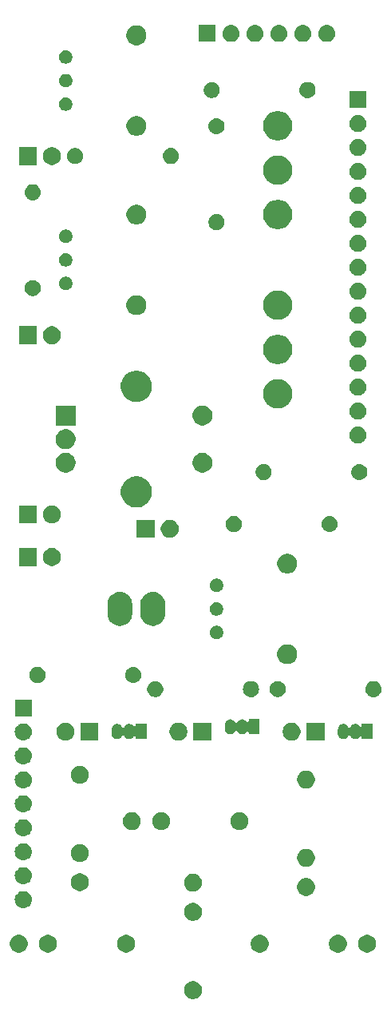
<source format=gbr>
G04 #@! TF.GenerationSoftware,KiCad,Pcbnew,(5.0.1)-3*
G04 #@! TF.CreationDate,2019-04-01T17:24:46+01:00*
G04 #@! TF.ProjectId,Fractional Clock divider PCB1 top board,4672616374696F6E616C20436C6F636B,rev?*
G04 #@! TF.SameCoordinates,Original*
G04 #@! TF.FileFunction,Soldermask,Top*
G04 #@! TF.FilePolarity,Negative*
%FSLAX46Y46*%
G04 Gerber Fmt 4.6, Leading zero omitted, Abs format (unit mm)*
G04 Created by KiCad (PCBNEW (5.0.1)-3) date 01/04/2019 17:24:46*
%MOMM*%
%LPD*%
G01*
G04 APERTURE LIST*
%ADD10C,0.100000*%
G04 APERTURE END LIST*
D10*
G36*
X35277396Y-117505546D02*
X35450466Y-117577234D01*
X35606230Y-117681312D01*
X35738688Y-117813770D01*
X35842766Y-117969534D01*
X35914454Y-118142604D01*
X35951000Y-118326333D01*
X35951000Y-118513667D01*
X35914454Y-118697396D01*
X35842766Y-118870466D01*
X35738688Y-119026230D01*
X35606230Y-119158688D01*
X35450466Y-119262766D01*
X35277396Y-119334454D01*
X35093667Y-119371000D01*
X34906333Y-119371000D01*
X34722604Y-119334454D01*
X34549534Y-119262766D01*
X34393770Y-119158688D01*
X34261312Y-119026230D01*
X34157234Y-118870466D01*
X34085546Y-118697396D01*
X34049000Y-118513667D01*
X34049000Y-118326333D01*
X34085546Y-118142604D01*
X34157234Y-117969534D01*
X34261312Y-117813770D01*
X34393770Y-117681312D01*
X34549534Y-117577234D01*
X34722604Y-117505546D01*
X34906333Y-117469000D01*
X35093667Y-117469000D01*
X35277396Y-117505546D01*
X35277396Y-117505546D01*
G37*
G36*
X53757396Y-112585546D02*
X53930466Y-112657234D01*
X54086230Y-112761312D01*
X54218688Y-112893770D01*
X54322766Y-113049534D01*
X54394454Y-113222604D01*
X54431000Y-113406333D01*
X54431000Y-113593667D01*
X54394454Y-113777396D01*
X54322766Y-113950466D01*
X54218688Y-114106230D01*
X54086230Y-114238688D01*
X53930466Y-114342766D01*
X53757396Y-114414454D01*
X53573667Y-114451000D01*
X53386333Y-114451000D01*
X53202604Y-114414454D01*
X53029534Y-114342766D01*
X52873770Y-114238688D01*
X52741312Y-114106230D01*
X52637234Y-113950466D01*
X52565546Y-113777396D01*
X52529000Y-113593667D01*
X52529000Y-113406333D01*
X52565546Y-113222604D01*
X52637234Y-113049534D01*
X52741312Y-112893770D01*
X52873770Y-112761312D01*
X53029534Y-112657234D01*
X53202604Y-112585546D01*
X53386333Y-112549000D01*
X53573667Y-112549000D01*
X53757396Y-112585546D01*
X53757396Y-112585546D01*
G37*
G36*
X42357396Y-112585546D02*
X42530466Y-112657234D01*
X42686230Y-112761312D01*
X42818688Y-112893770D01*
X42922766Y-113049534D01*
X42994454Y-113222604D01*
X43031000Y-113406333D01*
X43031000Y-113593667D01*
X42994454Y-113777396D01*
X42922766Y-113950466D01*
X42818688Y-114106230D01*
X42686230Y-114238688D01*
X42530466Y-114342766D01*
X42357396Y-114414454D01*
X42173667Y-114451000D01*
X41986333Y-114451000D01*
X41802604Y-114414454D01*
X41629534Y-114342766D01*
X41473770Y-114238688D01*
X41341312Y-114106230D01*
X41237234Y-113950466D01*
X41165546Y-113777396D01*
X41129000Y-113593667D01*
X41129000Y-113406333D01*
X41165546Y-113222604D01*
X41237234Y-113049534D01*
X41341312Y-112893770D01*
X41473770Y-112761312D01*
X41629534Y-112657234D01*
X41802604Y-112585546D01*
X41986333Y-112549000D01*
X42173667Y-112549000D01*
X42357396Y-112585546D01*
X42357396Y-112585546D01*
G37*
G36*
X50657396Y-112585546D02*
X50830466Y-112657234D01*
X50986230Y-112761312D01*
X51118688Y-112893770D01*
X51222766Y-113049534D01*
X51294454Y-113222604D01*
X51331000Y-113406333D01*
X51331000Y-113593667D01*
X51294454Y-113777396D01*
X51222766Y-113950466D01*
X51118688Y-114106230D01*
X50986230Y-114238688D01*
X50830466Y-114342766D01*
X50657396Y-114414454D01*
X50473667Y-114451000D01*
X50286333Y-114451000D01*
X50102604Y-114414454D01*
X49929534Y-114342766D01*
X49773770Y-114238688D01*
X49641312Y-114106230D01*
X49537234Y-113950466D01*
X49465546Y-113777396D01*
X49429000Y-113593667D01*
X49429000Y-113406333D01*
X49465546Y-113222604D01*
X49537234Y-113049534D01*
X49641312Y-112893770D01*
X49773770Y-112761312D01*
X49929534Y-112657234D01*
X50102604Y-112585546D01*
X50286333Y-112549000D01*
X50473667Y-112549000D01*
X50657396Y-112585546D01*
X50657396Y-112585546D01*
G37*
G36*
X16797396Y-112585546D02*
X16970466Y-112657234D01*
X17126230Y-112761312D01*
X17258688Y-112893770D01*
X17362766Y-113049534D01*
X17434454Y-113222604D01*
X17471000Y-113406333D01*
X17471000Y-113593667D01*
X17434454Y-113777396D01*
X17362766Y-113950466D01*
X17258688Y-114106230D01*
X17126230Y-114238688D01*
X16970466Y-114342766D01*
X16797396Y-114414454D01*
X16613667Y-114451000D01*
X16426333Y-114451000D01*
X16242604Y-114414454D01*
X16069534Y-114342766D01*
X15913770Y-114238688D01*
X15781312Y-114106230D01*
X15677234Y-113950466D01*
X15605546Y-113777396D01*
X15569000Y-113593667D01*
X15569000Y-113406333D01*
X15605546Y-113222604D01*
X15677234Y-113049534D01*
X15781312Y-112893770D01*
X15913770Y-112761312D01*
X16069534Y-112657234D01*
X16242604Y-112585546D01*
X16426333Y-112549000D01*
X16613667Y-112549000D01*
X16797396Y-112585546D01*
X16797396Y-112585546D01*
G37*
G36*
X28197396Y-112585546D02*
X28370466Y-112657234D01*
X28526230Y-112761312D01*
X28658688Y-112893770D01*
X28762766Y-113049534D01*
X28834454Y-113222604D01*
X28871000Y-113406333D01*
X28871000Y-113593667D01*
X28834454Y-113777396D01*
X28762766Y-113950466D01*
X28658688Y-114106230D01*
X28526230Y-114238688D01*
X28370466Y-114342766D01*
X28197396Y-114414454D01*
X28013667Y-114451000D01*
X27826333Y-114451000D01*
X27642604Y-114414454D01*
X27469534Y-114342766D01*
X27313770Y-114238688D01*
X27181312Y-114106230D01*
X27077234Y-113950466D01*
X27005546Y-113777396D01*
X26969000Y-113593667D01*
X26969000Y-113406333D01*
X27005546Y-113222604D01*
X27077234Y-113049534D01*
X27181312Y-112893770D01*
X27313770Y-112761312D01*
X27469534Y-112657234D01*
X27642604Y-112585546D01*
X27826333Y-112549000D01*
X28013667Y-112549000D01*
X28197396Y-112585546D01*
X28197396Y-112585546D01*
G37*
G36*
X19897396Y-112585546D02*
X20070466Y-112657234D01*
X20226230Y-112761312D01*
X20358688Y-112893770D01*
X20462766Y-113049534D01*
X20534454Y-113222604D01*
X20571000Y-113406333D01*
X20571000Y-113593667D01*
X20534454Y-113777396D01*
X20462766Y-113950466D01*
X20358688Y-114106230D01*
X20226230Y-114238688D01*
X20070466Y-114342766D01*
X19897396Y-114414454D01*
X19713667Y-114451000D01*
X19526333Y-114451000D01*
X19342604Y-114414454D01*
X19169534Y-114342766D01*
X19013770Y-114238688D01*
X18881312Y-114106230D01*
X18777234Y-113950466D01*
X18705546Y-113777396D01*
X18669000Y-113593667D01*
X18669000Y-113406333D01*
X18705546Y-113222604D01*
X18777234Y-113049534D01*
X18881312Y-112893770D01*
X19013770Y-112761312D01*
X19169534Y-112657234D01*
X19342604Y-112585546D01*
X19526333Y-112549000D01*
X19713667Y-112549000D01*
X19897396Y-112585546D01*
X19897396Y-112585546D01*
G37*
G36*
X35277396Y-109205546D02*
X35450466Y-109277234D01*
X35606230Y-109381312D01*
X35738688Y-109513770D01*
X35842766Y-109669534D01*
X35914454Y-109842604D01*
X35951000Y-110026333D01*
X35951000Y-110213667D01*
X35914454Y-110397396D01*
X35842766Y-110570466D01*
X35738688Y-110726230D01*
X35606230Y-110858688D01*
X35450466Y-110962766D01*
X35277396Y-111034454D01*
X35093667Y-111071000D01*
X34906333Y-111071000D01*
X34722604Y-111034454D01*
X34549534Y-110962766D01*
X34393770Y-110858688D01*
X34261312Y-110726230D01*
X34157234Y-110570466D01*
X34085546Y-110397396D01*
X34049000Y-110213667D01*
X34049000Y-110026333D01*
X34085546Y-109842604D01*
X34157234Y-109669534D01*
X34261312Y-109513770D01*
X34393770Y-109381312D01*
X34549534Y-109277234D01*
X34722604Y-109205546D01*
X34906333Y-109169000D01*
X35093667Y-109169000D01*
X35277396Y-109205546D01*
X35277396Y-109205546D01*
G37*
G36*
X17110443Y-107925519D02*
X17176627Y-107932037D01*
X17289853Y-107966384D01*
X17346467Y-107983557D01*
X17485087Y-108057652D01*
X17502991Y-108067222D01*
X17526148Y-108086227D01*
X17640186Y-108179814D01*
X17723448Y-108281271D01*
X17752778Y-108317009D01*
X17752779Y-108317011D01*
X17836443Y-108473533D01*
X17836443Y-108473534D01*
X17887963Y-108643373D01*
X17905359Y-108820000D01*
X17887963Y-108996627D01*
X17853616Y-109109853D01*
X17836443Y-109166467D01*
X17815554Y-109205547D01*
X17752778Y-109322991D01*
X17723448Y-109358729D01*
X17640186Y-109460186D01*
X17538729Y-109543448D01*
X17502991Y-109572778D01*
X17502989Y-109572779D01*
X17346467Y-109656443D01*
X17303314Y-109669533D01*
X17176627Y-109707963D01*
X17110443Y-109714481D01*
X17044260Y-109721000D01*
X16955740Y-109721000D01*
X16889557Y-109714481D01*
X16823373Y-109707963D01*
X16696686Y-109669533D01*
X16653533Y-109656443D01*
X16497011Y-109572779D01*
X16497009Y-109572778D01*
X16461271Y-109543448D01*
X16359814Y-109460186D01*
X16276552Y-109358729D01*
X16247222Y-109322991D01*
X16184446Y-109205547D01*
X16163557Y-109166467D01*
X16146384Y-109109853D01*
X16112037Y-108996627D01*
X16094641Y-108820000D01*
X16112037Y-108643373D01*
X16163557Y-108473534D01*
X16163557Y-108473533D01*
X16247221Y-108317011D01*
X16247222Y-108317009D01*
X16276552Y-108281271D01*
X16359814Y-108179814D01*
X16473852Y-108086227D01*
X16497009Y-108067222D01*
X16514913Y-108057652D01*
X16653533Y-107983557D01*
X16710147Y-107966384D01*
X16823373Y-107932037D01*
X16889557Y-107925519D01*
X16955740Y-107919000D01*
X17044260Y-107919000D01*
X17110443Y-107925519D01*
X17110443Y-107925519D01*
G37*
G36*
X47277396Y-106565546D02*
X47450466Y-106637234D01*
X47606230Y-106741312D01*
X47738688Y-106873770D01*
X47842766Y-107029534D01*
X47914454Y-107202604D01*
X47951000Y-107386333D01*
X47951000Y-107573667D01*
X47914454Y-107757396D01*
X47842766Y-107930466D01*
X47738688Y-108086230D01*
X47606230Y-108218688D01*
X47450466Y-108322766D01*
X47277396Y-108394454D01*
X47093667Y-108431000D01*
X46906333Y-108431000D01*
X46722604Y-108394454D01*
X46549534Y-108322766D01*
X46393770Y-108218688D01*
X46261312Y-108086230D01*
X46157234Y-107930466D01*
X46085546Y-107757396D01*
X46049000Y-107573667D01*
X46049000Y-107386333D01*
X46085546Y-107202604D01*
X46157234Y-107029534D01*
X46261312Y-106873770D01*
X46393770Y-106741312D01*
X46549534Y-106637234D01*
X46722604Y-106565546D01*
X46906333Y-106529000D01*
X47093667Y-106529000D01*
X47277396Y-106565546D01*
X47277396Y-106565546D01*
G37*
G36*
X35277396Y-106105546D02*
X35450466Y-106177234D01*
X35606230Y-106281312D01*
X35738688Y-106413770D01*
X35842766Y-106569534D01*
X35914454Y-106742604D01*
X35951000Y-106926333D01*
X35951000Y-107113667D01*
X35914454Y-107297396D01*
X35842766Y-107470466D01*
X35738688Y-107626230D01*
X35606230Y-107758688D01*
X35450466Y-107862766D01*
X35277396Y-107934454D01*
X35093667Y-107971000D01*
X34906333Y-107971000D01*
X34722604Y-107934454D01*
X34549534Y-107862766D01*
X34393770Y-107758688D01*
X34261312Y-107626230D01*
X34157234Y-107470466D01*
X34085546Y-107297396D01*
X34049000Y-107113667D01*
X34049000Y-106926333D01*
X34085546Y-106742604D01*
X34157234Y-106569534D01*
X34261312Y-106413770D01*
X34393770Y-106281312D01*
X34549534Y-106177234D01*
X34722604Y-106105546D01*
X34906333Y-106069000D01*
X35093667Y-106069000D01*
X35277396Y-106105546D01*
X35277396Y-106105546D01*
G37*
G36*
X23277396Y-106065546D02*
X23450466Y-106137234D01*
X23606230Y-106241312D01*
X23738688Y-106373770D01*
X23842766Y-106529534D01*
X23914454Y-106702604D01*
X23951000Y-106886333D01*
X23951000Y-107073667D01*
X23914454Y-107257396D01*
X23842766Y-107430466D01*
X23738688Y-107586230D01*
X23606230Y-107718688D01*
X23450466Y-107822766D01*
X23277396Y-107894454D01*
X23093667Y-107931000D01*
X22906333Y-107931000D01*
X22722604Y-107894454D01*
X22549534Y-107822766D01*
X22393770Y-107718688D01*
X22261312Y-107586230D01*
X22157234Y-107430466D01*
X22085546Y-107257396D01*
X22049000Y-107073667D01*
X22049000Y-106886333D01*
X22085546Y-106702604D01*
X22157234Y-106529534D01*
X22261312Y-106373770D01*
X22393770Y-106241312D01*
X22549534Y-106137234D01*
X22722604Y-106065546D01*
X22906333Y-106029000D01*
X23093667Y-106029000D01*
X23277396Y-106065546D01*
X23277396Y-106065546D01*
G37*
G36*
X17110443Y-105385519D02*
X17176627Y-105392037D01*
X17289853Y-105426384D01*
X17346467Y-105443557D01*
X17485087Y-105517652D01*
X17502991Y-105527222D01*
X17538729Y-105556552D01*
X17640186Y-105639814D01*
X17723448Y-105741271D01*
X17752778Y-105777009D01*
X17752779Y-105777011D01*
X17836443Y-105933533D01*
X17836443Y-105933534D01*
X17887963Y-106103373D01*
X17905359Y-106280000D01*
X17887963Y-106456627D01*
X17866009Y-106529000D01*
X17836443Y-106626467D01*
X17762348Y-106765087D01*
X17752778Y-106782991D01*
X17723448Y-106818729D01*
X17640186Y-106920186D01*
X17538729Y-107003448D01*
X17502991Y-107032778D01*
X17502989Y-107032779D01*
X17346467Y-107116443D01*
X17289853Y-107133616D01*
X17176627Y-107167963D01*
X17110442Y-107174482D01*
X17044260Y-107181000D01*
X16955740Y-107181000D01*
X16889558Y-107174482D01*
X16823373Y-107167963D01*
X16710147Y-107133616D01*
X16653533Y-107116443D01*
X16497011Y-107032779D01*
X16497009Y-107032778D01*
X16461271Y-107003448D01*
X16359814Y-106920186D01*
X16276552Y-106818729D01*
X16247222Y-106782991D01*
X16237652Y-106765087D01*
X16163557Y-106626467D01*
X16133991Y-106529000D01*
X16112037Y-106456627D01*
X16094641Y-106280000D01*
X16112037Y-106103373D01*
X16163557Y-105933534D01*
X16163557Y-105933533D01*
X16247221Y-105777011D01*
X16247222Y-105777009D01*
X16276552Y-105741271D01*
X16359814Y-105639814D01*
X16461271Y-105556552D01*
X16497009Y-105527222D01*
X16514913Y-105517652D01*
X16653533Y-105443557D01*
X16710147Y-105426384D01*
X16823373Y-105392037D01*
X16889557Y-105385519D01*
X16955740Y-105379000D01*
X17044260Y-105379000D01*
X17110443Y-105385519D01*
X17110443Y-105385519D01*
G37*
G36*
X47277396Y-103465546D02*
X47450466Y-103537234D01*
X47606230Y-103641312D01*
X47738688Y-103773770D01*
X47842766Y-103929534D01*
X47914454Y-104102604D01*
X47951000Y-104286333D01*
X47951000Y-104473667D01*
X47914454Y-104657396D01*
X47842766Y-104830466D01*
X47738688Y-104986230D01*
X47606230Y-105118688D01*
X47450466Y-105222766D01*
X47277396Y-105294454D01*
X47093667Y-105331000D01*
X46906333Y-105331000D01*
X46722604Y-105294454D01*
X46549534Y-105222766D01*
X46393770Y-105118688D01*
X46261312Y-104986230D01*
X46157234Y-104830466D01*
X46085546Y-104657396D01*
X46049000Y-104473667D01*
X46049000Y-104286333D01*
X46085546Y-104102604D01*
X46157234Y-103929534D01*
X46261312Y-103773770D01*
X46393770Y-103641312D01*
X46549534Y-103537234D01*
X46722604Y-103465546D01*
X46906333Y-103429000D01*
X47093667Y-103429000D01*
X47277396Y-103465546D01*
X47277396Y-103465546D01*
G37*
G36*
X23277396Y-102965546D02*
X23450466Y-103037234D01*
X23606230Y-103141312D01*
X23738688Y-103273770D01*
X23842766Y-103429534D01*
X23914454Y-103602604D01*
X23951000Y-103786333D01*
X23951000Y-103973667D01*
X23914454Y-104157396D01*
X23842766Y-104330466D01*
X23738688Y-104486230D01*
X23606230Y-104618688D01*
X23450466Y-104722766D01*
X23277396Y-104794454D01*
X23093667Y-104831000D01*
X22906333Y-104831000D01*
X22722604Y-104794454D01*
X22549534Y-104722766D01*
X22393770Y-104618688D01*
X22261312Y-104486230D01*
X22157234Y-104330466D01*
X22085546Y-104157396D01*
X22049000Y-103973667D01*
X22049000Y-103786333D01*
X22085546Y-103602604D01*
X22157234Y-103429534D01*
X22261312Y-103273770D01*
X22393770Y-103141312D01*
X22549534Y-103037234D01*
X22722604Y-102965546D01*
X22906333Y-102929000D01*
X23093667Y-102929000D01*
X23277396Y-102965546D01*
X23277396Y-102965546D01*
G37*
G36*
X17110443Y-102845519D02*
X17176627Y-102852037D01*
X17289853Y-102886384D01*
X17346467Y-102903557D01*
X17462440Y-102965547D01*
X17502991Y-102987222D01*
X17538729Y-103016552D01*
X17640186Y-103099814D01*
X17723448Y-103201271D01*
X17752778Y-103237009D01*
X17752779Y-103237011D01*
X17836443Y-103393533D01*
X17853616Y-103450147D01*
X17887963Y-103563373D01*
X17905359Y-103740000D01*
X17887963Y-103916627D01*
X17870660Y-103973667D01*
X17836443Y-104086467D01*
X17827817Y-104102604D01*
X17752778Y-104242991D01*
X17723448Y-104278729D01*
X17640186Y-104380186D01*
X17538729Y-104463448D01*
X17502991Y-104492778D01*
X17502989Y-104492779D01*
X17346467Y-104576443D01*
X17289853Y-104593616D01*
X17176627Y-104627963D01*
X17110443Y-104634481D01*
X17044260Y-104641000D01*
X16955740Y-104641000D01*
X16889557Y-104634481D01*
X16823373Y-104627963D01*
X16710147Y-104593616D01*
X16653533Y-104576443D01*
X16497011Y-104492779D01*
X16497009Y-104492778D01*
X16461271Y-104463448D01*
X16359814Y-104380186D01*
X16276552Y-104278729D01*
X16247222Y-104242991D01*
X16172183Y-104102604D01*
X16163557Y-104086467D01*
X16129340Y-103973667D01*
X16112037Y-103916627D01*
X16094641Y-103740000D01*
X16112037Y-103563373D01*
X16146384Y-103450147D01*
X16163557Y-103393533D01*
X16247221Y-103237011D01*
X16247222Y-103237009D01*
X16276552Y-103201271D01*
X16359814Y-103099814D01*
X16461271Y-103016552D01*
X16497009Y-102987222D01*
X16537560Y-102965547D01*
X16653533Y-102903557D01*
X16710147Y-102886384D01*
X16823373Y-102852037D01*
X16889557Y-102845519D01*
X16955740Y-102839000D01*
X17044260Y-102839000D01*
X17110443Y-102845519D01*
X17110443Y-102845519D01*
G37*
G36*
X17110442Y-100305518D02*
X17176627Y-100312037D01*
X17289853Y-100346384D01*
X17346467Y-100363557D01*
X17485087Y-100437652D01*
X17502991Y-100447222D01*
X17538729Y-100476552D01*
X17640186Y-100559814D01*
X17723448Y-100661271D01*
X17752778Y-100697009D01*
X17752779Y-100697011D01*
X17836443Y-100853533D01*
X17836443Y-100853534D01*
X17887963Y-101023373D01*
X17905359Y-101200000D01*
X17887963Y-101376627D01*
X17876488Y-101414454D01*
X17836443Y-101546467D01*
X17762348Y-101685087D01*
X17752778Y-101702991D01*
X17723448Y-101738729D01*
X17640186Y-101840186D01*
X17538729Y-101923448D01*
X17502991Y-101952778D01*
X17502989Y-101952779D01*
X17346467Y-102036443D01*
X17289853Y-102053616D01*
X17176627Y-102087963D01*
X17110442Y-102094482D01*
X17044260Y-102101000D01*
X16955740Y-102101000D01*
X16889558Y-102094482D01*
X16823373Y-102087963D01*
X16710147Y-102053616D01*
X16653533Y-102036443D01*
X16497011Y-101952779D01*
X16497009Y-101952778D01*
X16461271Y-101923448D01*
X16359814Y-101840186D01*
X16276552Y-101738729D01*
X16247222Y-101702991D01*
X16237652Y-101685087D01*
X16163557Y-101546467D01*
X16123512Y-101414454D01*
X16112037Y-101376627D01*
X16094641Y-101200000D01*
X16112037Y-101023373D01*
X16163557Y-100853534D01*
X16163557Y-100853533D01*
X16247221Y-100697011D01*
X16247222Y-100697009D01*
X16276552Y-100661271D01*
X16359814Y-100559814D01*
X16461271Y-100476552D01*
X16497009Y-100447222D01*
X16514913Y-100437652D01*
X16653533Y-100363557D01*
X16710147Y-100346384D01*
X16823373Y-100312037D01*
X16889558Y-100305518D01*
X16955740Y-100299000D01*
X17044260Y-100299000D01*
X17110442Y-100305518D01*
X17110442Y-100305518D01*
G37*
G36*
X40197396Y-99585546D02*
X40370466Y-99657234D01*
X40526230Y-99761312D01*
X40658688Y-99893770D01*
X40762766Y-100049534D01*
X40834454Y-100222604D01*
X40871000Y-100406333D01*
X40871000Y-100593667D01*
X40834454Y-100777396D01*
X40762766Y-100950466D01*
X40658688Y-101106230D01*
X40526230Y-101238688D01*
X40370466Y-101342766D01*
X40197396Y-101414454D01*
X40013667Y-101451000D01*
X39826333Y-101451000D01*
X39642604Y-101414454D01*
X39469534Y-101342766D01*
X39313770Y-101238688D01*
X39181312Y-101106230D01*
X39077234Y-100950466D01*
X39005546Y-100777396D01*
X38969000Y-100593667D01*
X38969000Y-100406333D01*
X39005546Y-100222604D01*
X39077234Y-100049534D01*
X39181312Y-99893770D01*
X39313770Y-99761312D01*
X39469534Y-99657234D01*
X39642604Y-99585546D01*
X39826333Y-99549000D01*
X40013667Y-99549000D01*
X40197396Y-99585546D01*
X40197396Y-99585546D01*
G37*
G36*
X28797396Y-99585546D02*
X28970466Y-99657234D01*
X29126230Y-99761312D01*
X29258688Y-99893770D01*
X29362766Y-100049534D01*
X29434454Y-100222604D01*
X29471000Y-100406333D01*
X29471000Y-100593667D01*
X29434454Y-100777396D01*
X29362766Y-100950466D01*
X29258688Y-101106230D01*
X29126230Y-101238688D01*
X28970466Y-101342766D01*
X28797396Y-101414454D01*
X28613667Y-101451000D01*
X28426333Y-101451000D01*
X28242604Y-101414454D01*
X28069534Y-101342766D01*
X27913770Y-101238688D01*
X27781312Y-101106230D01*
X27677234Y-100950466D01*
X27605546Y-100777396D01*
X27569000Y-100593667D01*
X27569000Y-100406333D01*
X27605546Y-100222604D01*
X27677234Y-100049534D01*
X27781312Y-99893770D01*
X27913770Y-99761312D01*
X28069534Y-99657234D01*
X28242604Y-99585546D01*
X28426333Y-99549000D01*
X28613667Y-99549000D01*
X28797396Y-99585546D01*
X28797396Y-99585546D01*
G37*
G36*
X31897396Y-99585546D02*
X32070466Y-99657234D01*
X32226230Y-99761312D01*
X32358688Y-99893770D01*
X32462766Y-100049534D01*
X32534454Y-100222604D01*
X32571000Y-100406333D01*
X32571000Y-100593667D01*
X32534454Y-100777396D01*
X32462766Y-100950466D01*
X32358688Y-101106230D01*
X32226230Y-101238688D01*
X32070466Y-101342766D01*
X31897396Y-101414454D01*
X31713667Y-101451000D01*
X31526333Y-101451000D01*
X31342604Y-101414454D01*
X31169534Y-101342766D01*
X31013770Y-101238688D01*
X30881312Y-101106230D01*
X30777234Y-100950466D01*
X30705546Y-100777396D01*
X30669000Y-100593667D01*
X30669000Y-100406333D01*
X30705546Y-100222604D01*
X30777234Y-100049534D01*
X30881312Y-99893770D01*
X31013770Y-99761312D01*
X31169534Y-99657234D01*
X31342604Y-99585546D01*
X31526333Y-99549000D01*
X31713667Y-99549000D01*
X31897396Y-99585546D01*
X31897396Y-99585546D01*
G37*
G36*
X17110442Y-97765518D02*
X17176627Y-97772037D01*
X17289853Y-97806384D01*
X17346467Y-97823557D01*
X17485087Y-97897652D01*
X17502991Y-97907222D01*
X17538729Y-97936552D01*
X17640186Y-98019814D01*
X17723448Y-98121271D01*
X17752778Y-98157009D01*
X17752779Y-98157011D01*
X17836443Y-98313533D01*
X17836443Y-98313534D01*
X17887963Y-98483373D01*
X17905359Y-98660000D01*
X17887963Y-98836627D01*
X17853616Y-98949853D01*
X17836443Y-99006467D01*
X17762348Y-99145087D01*
X17752778Y-99162991D01*
X17723448Y-99198729D01*
X17640186Y-99300186D01*
X17538729Y-99383448D01*
X17502991Y-99412778D01*
X17502989Y-99412779D01*
X17346467Y-99496443D01*
X17289853Y-99513616D01*
X17176627Y-99547963D01*
X17110443Y-99554481D01*
X17044260Y-99561000D01*
X16955740Y-99561000D01*
X16889557Y-99554481D01*
X16823373Y-99547963D01*
X16710147Y-99513616D01*
X16653533Y-99496443D01*
X16497011Y-99412779D01*
X16497009Y-99412778D01*
X16461271Y-99383448D01*
X16359814Y-99300186D01*
X16276552Y-99198729D01*
X16247222Y-99162991D01*
X16237652Y-99145087D01*
X16163557Y-99006467D01*
X16146384Y-98949853D01*
X16112037Y-98836627D01*
X16094641Y-98660000D01*
X16112037Y-98483373D01*
X16163557Y-98313534D01*
X16163557Y-98313533D01*
X16247221Y-98157011D01*
X16247222Y-98157009D01*
X16276552Y-98121271D01*
X16359814Y-98019814D01*
X16461271Y-97936552D01*
X16497009Y-97907222D01*
X16514913Y-97897652D01*
X16653533Y-97823557D01*
X16710147Y-97806384D01*
X16823373Y-97772037D01*
X16889558Y-97765518D01*
X16955740Y-97759000D01*
X17044260Y-97759000D01*
X17110442Y-97765518D01*
X17110442Y-97765518D01*
G37*
G36*
X47277396Y-95165546D02*
X47450466Y-95237234D01*
X47606230Y-95341312D01*
X47738688Y-95473770D01*
X47842766Y-95629534D01*
X47914454Y-95802604D01*
X47951000Y-95986333D01*
X47951000Y-96173667D01*
X47914454Y-96357396D01*
X47842766Y-96530466D01*
X47738688Y-96686230D01*
X47606230Y-96818688D01*
X47450466Y-96922766D01*
X47277396Y-96994454D01*
X47093667Y-97031000D01*
X46906333Y-97031000D01*
X46722604Y-96994454D01*
X46549534Y-96922766D01*
X46393770Y-96818688D01*
X46261312Y-96686230D01*
X46157234Y-96530466D01*
X46085546Y-96357396D01*
X46049000Y-96173667D01*
X46049000Y-95986333D01*
X46085546Y-95802604D01*
X46157234Y-95629534D01*
X46261312Y-95473770D01*
X46393770Y-95341312D01*
X46549534Y-95237234D01*
X46722604Y-95165546D01*
X46906333Y-95129000D01*
X47093667Y-95129000D01*
X47277396Y-95165546D01*
X47277396Y-95165546D01*
G37*
G36*
X17110443Y-95225519D02*
X17176627Y-95232037D01*
X17289853Y-95266384D01*
X17346467Y-95283557D01*
X17454517Y-95341312D01*
X17502991Y-95367222D01*
X17538729Y-95396552D01*
X17640186Y-95479814D01*
X17723448Y-95581271D01*
X17752778Y-95617009D01*
X17752779Y-95617011D01*
X17836443Y-95773533D01*
X17836443Y-95773534D01*
X17887963Y-95943373D01*
X17905359Y-96120000D01*
X17887963Y-96296627D01*
X17881270Y-96318690D01*
X17836443Y-96466467D01*
X17801949Y-96531000D01*
X17752778Y-96622991D01*
X17723448Y-96658729D01*
X17640186Y-96760186D01*
X17538729Y-96843448D01*
X17502991Y-96872778D01*
X17502989Y-96872779D01*
X17346467Y-96956443D01*
X17289853Y-96973616D01*
X17176627Y-97007963D01*
X17110442Y-97014482D01*
X17044260Y-97021000D01*
X16955740Y-97021000D01*
X16889558Y-97014482D01*
X16823373Y-97007963D01*
X16710147Y-96973616D01*
X16653533Y-96956443D01*
X16497011Y-96872779D01*
X16497009Y-96872778D01*
X16461271Y-96843448D01*
X16359814Y-96760186D01*
X16276552Y-96658729D01*
X16247222Y-96622991D01*
X16198051Y-96531000D01*
X16163557Y-96466467D01*
X16118730Y-96318690D01*
X16112037Y-96296627D01*
X16094641Y-96120000D01*
X16112037Y-95943373D01*
X16163557Y-95773534D01*
X16163557Y-95773533D01*
X16247221Y-95617011D01*
X16247222Y-95617009D01*
X16276552Y-95581271D01*
X16359814Y-95479814D01*
X16461271Y-95396552D01*
X16497009Y-95367222D01*
X16545483Y-95341312D01*
X16653533Y-95283557D01*
X16710147Y-95266384D01*
X16823373Y-95232037D01*
X16889557Y-95225519D01*
X16955740Y-95219000D01*
X17044260Y-95219000D01*
X17110443Y-95225519D01*
X17110443Y-95225519D01*
G37*
G36*
X23277396Y-94665546D02*
X23450466Y-94737234D01*
X23606230Y-94841312D01*
X23738688Y-94973770D01*
X23842766Y-95129534D01*
X23914454Y-95302604D01*
X23951000Y-95486333D01*
X23951000Y-95673667D01*
X23914454Y-95857396D01*
X23842766Y-96030466D01*
X23738688Y-96186230D01*
X23606230Y-96318688D01*
X23450466Y-96422766D01*
X23277396Y-96494454D01*
X23093667Y-96531000D01*
X22906333Y-96531000D01*
X22722604Y-96494454D01*
X22549534Y-96422766D01*
X22393770Y-96318688D01*
X22261312Y-96186230D01*
X22157234Y-96030466D01*
X22085546Y-95857396D01*
X22049000Y-95673667D01*
X22049000Y-95486333D01*
X22085546Y-95302604D01*
X22157234Y-95129534D01*
X22261312Y-94973770D01*
X22393770Y-94841312D01*
X22549534Y-94737234D01*
X22722604Y-94665546D01*
X22906333Y-94629000D01*
X23093667Y-94629000D01*
X23277396Y-94665546D01*
X23277396Y-94665546D01*
G37*
G36*
X17110442Y-92685518D02*
X17176627Y-92692037D01*
X17289853Y-92726384D01*
X17346467Y-92743557D01*
X17485087Y-92817652D01*
X17502991Y-92827222D01*
X17538729Y-92856552D01*
X17640186Y-92939814D01*
X17723448Y-93041271D01*
X17752778Y-93077009D01*
X17752779Y-93077011D01*
X17836443Y-93233533D01*
X17836443Y-93233534D01*
X17887963Y-93403373D01*
X17905359Y-93580000D01*
X17887963Y-93756627D01*
X17853616Y-93869853D01*
X17836443Y-93926467D01*
X17762348Y-94065087D01*
X17752778Y-94082991D01*
X17723448Y-94118729D01*
X17640186Y-94220186D01*
X17538729Y-94303448D01*
X17502991Y-94332778D01*
X17502989Y-94332779D01*
X17346467Y-94416443D01*
X17289853Y-94433616D01*
X17176627Y-94467963D01*
X17110443Y-94474481D01*
X17044260Y-94481000D01*
X16955740Y-94481000D01*
X16889557Y-94474481D01*
X16823373Y-94467963D01*
X16710147Y-94433616D01*
X16653533Y-94416443D01*
X16497011Y-94332779D01*
X16497009Y-94332778D01*
X16461271Y-94303448D01*
X16359814Y-94220186D01*
X16276552Y-94118729D01*
X16247222Y-94082991D01*
X16237652Y-94065087D01*
X16163557Y-93926467D01*
X16146384Y-93869853D01*
X16112037Y-93756627D01*
X16094641Y-93580000D01*
X16112037Y-93403373D01*
X16163557Y-93233534D01*
X16163557Y-93233533D01*
X16247221Y-93077011D01*
X16247222Y-93077009D01*
X16276552Y-93041271D01*
X16359814Y-92939814D01*
X16461271Y-92856552D01*
X16497009Y-92827222D01*
X16514913Y-92817652D01*
X16653533Y-92743557D01*
X16710147Y-92726384D01*
X16823373Y-92692037D01*
X16889558Y-92685518D01*
X16955740Y-92679000D01*
X17044260Y-92679000D01*
X17110442Y-92685518D01*
X17110442Y-92685518D01*
G37*
G36*
X45737396Y-90085546D02*
X45910466Y-90157234D01*
X46066230Y-90261312D01*
X46198688Y-90393770D01*
X46302766Y-90549534D01*
X46374454Y-90722604D01*
X46411000Y-90906333D01*
X46411000Y-91093667D01*
X46374454Y-91277396D01*
X46302766Y-91450466D01*
X46198688Y-91606230D01*
X46066230Y-91738688D01*
X45910466Y-91842766D01*
X45737396Y-91914454D01*
X45553667Y-91951000D01*
X45366333Y-91951000D01*
X45182604Y-91914454D01*
X45009534Y-91842766D01*
X44853770Y-91738688D01*
X44721312Y-91606230D01*
X44617234Y-91450466D01*
X44545546Y-91277396D01*
X44509000Y-91093667D01*
X44509000Y-90906333D01*
X44545546Y-90722604D01*
X44617234Y-90549534D01*
X44721312Y-90393770D01*
X44853770Y-90261312D01*
X45009534Y-90157234D01*
X45182604Y-90085546D01*
X45366333Y-90049000D01*
X45553667Y-90049000D01*
X45737396Y-90085546D01*
X45737396Y-90085546D01*
G37*
G36*
X24951000Y-91951000D02*
X23049000Y-91951000D01*
X23049000Y-90049000D01*
X24951000Y-90049000D01*
X24951000Y-91951000D01*
X24951000Y-91951000D01*
G37*
G36*
X36951000Y-91951000D02*
X35049000Y-91951000D01*
X35049000Y-90049000D01*
X36951000Y-90049000D01*
X36951000Y-91951000D01*
X36951000Y-91951000D01*
G37*
G36*
X33737396Y-90085546D02*
X33910466Y-90157234D01*
X34066230Y-90261312D01*
X34198688Y-90393770D01*
X34302766Y-90549534D01*
X34374454Y-90722604D01*
X34411000Y-90906333D01*
X34411000Y-91093667D01*
X34374454Y-91277396D01*
X34302766Y-91450466D01*
X34198688Y-91606230D01*
X34066230Y-91738688D01*
X33910466Y-91842766D01*
X33737396Y-91914454D01*
X33553667Y-91951000D01*
X33366333Y-91951000D01*
X33182604Y-91914454D01*
X33009534Y-91842766D01*
X32853770Y-91738688D01*
X32721312Y-91606230D01*
X32617234Y-91450466D01*
X32545546Y-91277396D01*
X32509000Y-91093667D01*
X32509000Y-90906333D01*
X32545546Y-90722604D01*
X32617234Y-90549534D01*
X32721312Y-90393770D01*
X32853770Y-90261312D01*
X33009534Y-90157234D01*
X33182604Y-90085546D01*
X33366333Y-90049000D01*
X33553667Y-90049000D01*
X33737396Y-90085546D01*
X33737396Y-90085546D01*
G37*
G36*
X21737396Y-90085546D02*
X21910466Y-90157234D01*
X22066230Y-90261312D01*
X22198688Y-90393770D01*
X22302766Y-90549534D01*
X22374454Y-90722604D01*
X22411000Y-90906333D01*
X22411000Y-91093667D01*
X22374454Y-91277396D01*
X22302766Y-91450466D01*
X22198688Y-91606230D01*
X22066230Y-91738688D01*
X21910466Y-91842766D01*
X21737396Y-91914454D01*
X21553667Y-91951000D01*
X21366333Y-91951000D01*
X21182604Y-91914454D01*
X21009534Y-91842766D01*
X20853770Y-91738688D01*
X20721312Y-91606230D01*
X20617234Y-91450466D01*
X20545546Y-91277396D01*
X20509000Y-91093667D01*
X20509000Y-90906333D01*
X20545546Y-90722604D01*
X20617234Y-90549534D01*
X20721312Y-90393770D01*
X20853770Y-90261312D01*
X21009534Y-90157234D01*
X21182604Y-90085546D01*
X21366333Y-90049000D01*
X21553667Y-90049000D01*
X21737396Y-90085546D01*
X21737396Y-90085546D01*
G37*
G36*
X48951000Y-91951000D02*
X47049000Y-91951000D01*
X47049000Y-90049000D01*
X48951000Y-90049000D01*
X48951000Y-91951000D01*
X48951000Y-91951000D01*
G37*
G36*
X17110442Y-90145518D02*
X17176627Y-90152037D01*
X17289853Y-90186384D01*
X17346467Y-90203557D01*
X17454517Y-90261312D01*
X17502991Y-90287222D01*
X17538729Y-90316552D01*
X17640186Y-90399814D01*
X17689547Y-90459962D01*
X17752778Y-90537009D01*
X17752779Y-90537011D01*
X17836443Y-90693533D01*
X17836443Y-90693534D01*
X17887963Y-90863373D01*
X17905359Y-91040000D01*
X17887963Y-91216627D01*
X17876842Y-91253288D01*
X17836443Y-91386467D01*
X17769523Y-91511663D01*
X17752778Y-91542991D01*
X17740982Y-91557364D01*
X17640186Y-91680186D01*
X17543265Y-91759726D01*
X17502991Y-91792778D01*
X17502989Y-91792779D01*
X17346467Y-91876443D01*
X17289853Y-91893616D01*
X17176627Y-91927963D01*
X17110442Y-91934482D01*
X17044260Y-91941000D01*
X16955740Y-91941000D01*
X16889558Y-91934482D01*
X16823373Y-91927963D01*
X16710147Y-91893616D01*
X16653533Y-91876443D01*
X16497011Y-91792779D01*
X16497009Y-91792778D01*
X16456735Y-91759726D01*
X16359814Y-91680186D01*
X16259018Y-91557364D01*
X16247222Y-91542991D01*
X16230477Y-91511663D01*
X16163557Y-91386467D01*
X16123158Y-91253288D01*
X16112037Y-91216627D01*
X16094641Y-91040000D01*
X16112037Y-90863373D01*
X16163557Y-90693534D01*
X16163557Y-90693533D01*
X16247221Y-90537011D01*
X16247222Y-90537009D01*
X16310453Y-90459962D01*
X16359814Y-90399814D01*
X16461271Y-90316552D01*
X16497009Y-90287222D01*
X16545483Y-90261312D01*
X16653533Y-90203557D01*
X16710147Y-90186384D01*
X16823373Y-90152037D01*
X16889558Y-90145518D01*
X16955740Y-90139000D01*
X17044260Y-90139000D01*
X17110442Y-90145518D01*
X17110442Y-90145518D01*
G37*
G36*
X28342916Y-90207334D02*
X28451492Y-90240271D01*
X28551557Y-90293756D01*
X28639264Y-90365736D01*
X28702374Y-90442635D01*
X28719701Y-90459962D01*
X28740076Y-90473576D01*
X28762715Y-90482954D01*
X28786748Y-90487734D01*
X28811252Y-90487734D01*
X28835286Y-90482953D01*
X28857925Y-90473576D01*
X28878299Y-90459962D01*
X28895626Y-90442635D01*
X28909240Y-90422260D01*
X28918618Y-90399621D01*
X28924000Y-90363336D01*
X28924000Y-90199000D01*
X30076000Y-90199000D01*
X30076000Y-91801000D01*
X28924000Y-91801000D01*
X28924000Y-91636663D01*
X28921598Y-91612277D01*
X28914485Y-91588828D01*
X28902934Y-91567217D01*
X28887388Y-91548275D01*
X28868446Y-91532729D01*
X28846835Y-91521178D01*
X28823386Y-91514065D01*
X28799000Y-91511663D01*
X28774614Y-91514065D01*
X28751165Y-91521178D01*
X28729554Y-91532729D01*
X28702377Y-91557361D01*
X28639264Y-91634264D01*
X28551556Y-91706244D01*
X28451491Y-91759729D01*
X28342915Y-91792666D01*
X28230000Y-91803787D01*
X28117084Y-91792666D01*
X28008508Y-91759729D01*
X27908443Y-91706244D01*
X27820736Y-91634264D01*
X27748756Y-91546556D01*
X27705240Y-91465142D01*
X27691627Y-91444767D01*
X27674299Y-91427440D01*
X27653925Y-91413826D01*
X27631286Y-91404449D01*
X27607253Y-91399668D01*
X27582748Y-91399668D01*
X27558715Y-91404448D01*
X27536076Y-91413826D01*
X27515701Y-91427439D01*
X27498374Y-91444767D01*
X27484767Y-91465131D01*
X27441244Y-91546557D01*
X27369264Y-91634264D01*
X27281556Y-91706244D01*
X27181491Y-91759729D01*
X27072915Y-91792666D01*
X26960000Y-91803787D01*
X26847084Y-91792666D01*
X26738508Y-91759729D01*
X26638443Y-91706244D01*
X26550736Y-91634264D01*
X26478756Y-91546556D01*
X26425271Y-91446491D01*
X26392334Y-91337915D01*
X26384000Y-91253297D01*
X26384000Y-90746702D01*
X26392334Y-90662084D01*
X26425271Y-90553508D01*
X26462983Y-90482954D01*
X26478755Y-90453446D01*
X26504349Y-90422260D01*
X26550737Y-90365736D01*
X26638444Y-90293756D01*
X26738509Y-90240271D01*
X26847085Y-90207334D01*
X26960000Y-90196213D01*
X27072916Y-90207334D01*
X27181492Y-90240271D01*
X27281557Y-90293756D01*
X27369264Y-90365736D01*
X27441244Y-90453443D01*
X27484760Y-90534857D01*
X27498373Y-90555232D01*
X27515701Y-90572559D01*
X27536075Y-90586173D01*
X27558714Y-90595550D01*
X27582747Y-90600331D01*
X27607252Y-90600331D01*
X27631285Y-90595551D01*
X27653924Y-90586173D01*
X27674299Y-90572560D01*
X27691626Y-90555232D01*
X27705240Y-90534857D01*
X27748755Y-90453446D01*
X27774349Y-90422260D01*
X27820737Y-90365736D01*
X27908444Y-90293756D01*
X28008509Y-90240271D01*
X28117085Y-90207334D01*
X28230000Y-90196213D01*
X28342916Y-90207334D01*
X28342916Y-90207334D01*
G37*
G36*
X52342916Y-90207334D02*
X52451492Y-90240271D01*
X52551557Y-90293756D01*
X52639264Y-90365736D01*
X52702374Y-90442635D01*
X52719701Y-90459962D01*
X52740076Y-90473576D01*
X52762715Y-90482954D01*
X52786748Y-90487734D01*
X52811252Y-90487734D01*
X52835286Y-90482953D01*
X52857925Y-90473576D01*
X52878299Y-90459962D01*
X52895626Y-90442635D01*
X52909240Y-90422260D01*
X52918618Y-90399621D01*
X52924000Y-90363336D01*
X52924000Y-90199000D01*
X54076000Y-90199000D01*
X54076000Y-91801000D01*
X52924000Y-91801000D01*
X52924000Y-91636663D01*
X52921598Y-91612277D01*
X52914485Y-91588828D01*
X52902934Y-91567217D01*
X52887388Y-91548275D01*
X52868446Y-91532729D01*
X52846835Y-91521178D01*
X52823386Y-91514065D01*
X52799000Y-91511663D01*
X52774614Y-91514065D01*
X52751165Y-91521178D01*
X52729554Y-91532729D01*
X52702377Y-91557361D01*
X52639264Y-91634264D01*
X52551556Y-91706244D01*
X52451491Y-91759729D01*
X52342915Y-91792666D01*
X52230000Y-91803787D01*
X52117084Y-91792666D01*
X52008508Y-91759729D01*
X51908443Y-91706244D01*
X51820736Y-91634264D01*
X51748756Y-91546556D01*
X51705240Y-91465142D01*
X51691627Y-91444767D01*
X51674299Y-91427440D01*
X51653925Y-91413826D01*
X51631286Y-91404449D01*
X51607253Y-91399668D01*
X51582748Y-91399668D01*
X51558715Y-91404448D01*
X51536076Y-91413826D01*
X51515701Y-91427439D01*
X51498374Y-91444767D01*
X51484767Y-91465131D01*
X51441244Y-91546557D01*
X51369264Y-91634264D01*
X51281556Y-91706244D01*
X51181491Y-91759729D01*
X51072915Y-91792666D01*
X50960000Y-91803787D01*
X50847084Y-91792666D01*
X50738508Y-91759729D01*
X50638443Y-91706244D01*
X50550736Y-91634264D01*
X50478756Y-91546556D01*
X50425271Y-91446491D01*
X50392334Y-91337915D01*
X50384000Y-91253297D01*
X50384000Y-90746702D01*
X50392334Y-90662084D01*
X50425271Y-90553508D01*
X50462983Y-90482954D01*
X50478755Y-90453446D01*
X50504349Y-90422260D01*
X50550737Y-90365736D01*
X50638444Y-90293756D01*
X50738509Y-90240271D01*
X50847085Y-90207334D01*
X50960000Y-90196213D01*
X51072916Y-90207334D01*
X51181492Y-90240271D01*
X51281557Y-90293756D01*
X51369264Y-90365736D01*
X51441244Y-90453443D01*
X51484760Y-90534857D01*
X51498373Y-90555232D01*
X51515701Y-90572559D01*
X51536075Y-90586173D01*
X51558714Y-90595550D01*
X51582747Y-90600331D01*
X51607252Y-90600331D01*
X51631285Y-90595551D01*
X51653924Y-90586173D01*
X51674299Y-90572560D01*
X51691626Y-90555232D01*
X51705240Y-90534857D01*
X51748755Y-90453446D01*
X51774349Y-90422260D01*
X51820737Y-90365736D01*
X51908444Y-90293756D01*
X52008509Y-90240271D01*
X52117085Y-90207334D01*
X52230000Y-90196213D01*
X52342916Y-90207334D01*
X52342916Y-90207334D01*
G37*
G36*
X40342916Y-89707334D02*
X40451492Y-89740271D01*
X40551557Y-89793756D01*
X40639264Y-89865736D01*
X40702374Y-89942635D01*
X40719701Y-89959962D01*
X40740076Y-89973576D01*
X40762715Y-89982954D01*
X40786748Y-89987734D01*
X40811252Y-89987734D01*
X40835286Y-89982953D01*
X40857925Y-89973576D01*
X40878299Y-89959962D01*
X40895626Y-89942635D01*
X40909240Y-89922260D01*
X40918618Y-89899621D01*
X40924000Y-89863336D01*
X40924000Y-89699000D01*
X42076000Y-89699000D01*
X42076000Y-91301000D01*
X40924000Y-91301000D01*
X40924000Y-91136663D01*
X40921598Y-91112277D01*
X40914485Y-91088828D01*
X40902934Y-91067217D01*
X40887388Y-91048275D01*
X40868446Y-91032729D01*
X40846835Y-91021178D01*
X40823386Y-91014065D01*
X40799000Y-91011663D01*
X40774614Y-91014065D01*
X40751165Y-91021178D01*
X40729554Y-91032729D01*
X40702377Y-91057361D01*
X40639264Y-91134264D01*
X40551556Y-91206244D01*
X40451491Y-91259729D01*
X40342915Y-91292666D01*
X40230000Y-91303787D01*
X40117084Y-91292666D01*
X40008508Y-91259729D01*
X39908443Y-91206244D01*
X39820736Y-91134264D01*
X39748756Y-91046556D01*
X39705240Y-90965142D01*
X39691627Y-90944767D01*
X39674299Y-90927440D01*
X39653925Y-90913826D01*
X39631286Y-90904449D01*
X39607253Y-90899668D01*
X39582748Y-90899668D01*
X39558715Y-90904448D01*
X39536076Y-90913826D01*
X39515701Y-90927439D01*
X39498374Y-90944767D01*
X39484767Y-90965131D01*
X39441244Y-91046557D01*
X39369264Y-91134264D01*
X39281556Y-91206244D01*
X39181491Y-91259729D01*
X39072915Y-91292666D01*
X38960000Y-91303787D01*
X38847084Y-91292666D01*
X38738508Y-91259729D01*
X38638443Y-91206244D01*
X38550736Y-91134264D01*
X38478756Y-91046556D01*
X38425271Y-90946491D01*
X38392334Y-90837915D01*
X38384000Y-90753297D01*
X38384000Y-90246702D01*
X38392334Y-90162084D01*
X38425271Y-90053508D01*
X38462983Y-89982954D01*
X38478755Y-89953446D01*
X38504349Y-89922260D01*
X38550737Y-89865736D01*
X38638444Y-89793756D01*
X38738509Y-89740271D01*
X38847085Y-89707334D01*
X38960000Y-89696213D01*
X39072916Y-89707334D01*
X39181492Y-89740271D01*
X39281557Y-89793756D01*
X39369264Y-89865736D01*
X39441244Y-89953443D01*
X39484760Y-90034857D01*
X39498373Y-90055232D01*
X39515701Y-90072559D01*
X39536075Y-90086173D01*
X39558714Y-90095550D01*
X39582747Y-90100331D01*
X39607252Y-90100331D01*
X39631285Y-90095551D01*
X39653924Y-90086173D01*
X39674299Y-90072560D01*
X39691626Y-90055232D01*
X39705240Y-90034857D01*
X39748755Y-89953446D01*
X39774349Y-89922260D01*
X39820737Y-89865736D01*
X39908444Y-89793756D01*
X40008509Y-89740271D01*
X40117085Y-89707334D01*
X40230000Y-89696213D01*
X40342916Y-89707334D01*
X40342916Y-89707334D01*
G37*
G36*
X17901000Y-89401000D02*
X16099000Y-89401000D01*
X16099000Y-87599000D01*
X17901000Y-87599000D01*
X17901000Y-89401000D01*
X17901000Y-89401000D01*
G37*
G36*
X41326821Y-85661313D02*
X41326824Y-85661314D01*
X41326825Y-85661314D01*
X41487239Y-85709975D01*
X41487241Y-85709976D01*
X41487244Y-85709977D01*
X41635078Y-85788995D01*
X41764659Y-85895341D01*
X41871005Y-86024922D01*
X41950023Y-86172756D01*
X41950024Y-86172759D01*
X41950025Y-86172761D01*
X41998686Y-86333175D01*
X41998687Y-86333179D01*
X42015117Y-86500000D01*
X41998687Y-86666821D01*
X41998686Y-86666824D01*
X41998686Y-86666825D01*
X41973993Y-86748228D01*
X41950023Y-86827244D01*
X41871005Y-86975078D01*
X41764659Y-87104659D01*
X41635078Y-87211005D01*
X41487244Y-87290023D01*
X41487241Y-87290024D01*
X41487239Y-87290025D01*
X41326825Y-87338686D01*
X41326824Y-87338686D01*
X41326821Y-87338687D01*
X41201804Y-87351000D01*
X41118196Y-87351000D01*
X40993179Y-87338687D01*
X40993176Y-87338686D01*
X40993175Y-87338686D01*
X40832761Y-87290025D01*
X40832759Y-87290024D01*
X40832756Y-87290023D01*
X40684922Y-87211005D01*
X40555341Y-87104659D01*
X40448995Y-86975078D01*
X40369977Y-86827244D01*
X40346008Y-86748228D01*
X40321314Y-86666825D01*
X40321314Y-86666824D01*
X40321313Y-86666821D01*
X40304883Y-86500000D01*
X40321313Y-86333179D01*
X40321314Y-86333175D01*
X40369975Y-86172761D01*
X40369976Y-86172759D01*
X40369977Y-86172756D01*
X40448995Y-86024922D01*
X40555341Y-85895341D01*
X40684922Y-85788995D01*
X40832756Y-85709977D01*
X40832759Y-85709976D01*
X40832761Y-85709975D01*
X40993175Y-85661314D01*
X40993176Y-85661314D01*
X40993179Y-85661313D01*
X41118196Y-85649000D01*
X41201804Y-85649000D01*
X41326821Y-85661313D01*
X41326821Y-85661313D01*
G37*
G36*
X54326821Y-85661313D02*
X54326824Y-85661314D01*
X54326825Y-85661314D01*
X54487239Y-85709975D01*
X54487241Y-85709976D01*
X54487244Y-85709977D01*
X54635078Y-85788995D01*
X54764659Y-85895341D01*
X54871005Y-86024922D01*
X54950023Y-86172756D01*
X54950024Y-86172759D01*
X54950025Y-86172761D01*
X54998686Y-86333175D01*
X54998687Y-86333179D01*
X55015117Y-86500000D01*
X54998687Y-86666821D01*
X54998686Y-86666824D01*
X54998686Y-86666825D01*
X54973993Y-86748228D01*
X54950023Y-86827244D01*
X54871005Y-86975078D01*
X54764659Y-87104659D01*
X54635078Y-87211005D01*
X54487244Y-87290023D01*
X54487241Y-87290024D01*
X54487239Y-87290025D01*
X54326825Y-87338686D01*
X54326824Y-87338686D01*
X54326821Y-87338687D01*
X54201804Y-87351000D01*
X54118196Y-87351000D01*
X53993179Y-87338687D01*
X53993176Y-87338686D01*
X53993175Y-87338686D01*
X53832761Y-87290025D01*
X53832759Y-87290024D01*
X53832756Y-87290023D01*
X53684922Y-87211005D01*
X53555341Y-87104659D01*
X53448995Y-86975078D01*
X53369977Y-86827244D01*
X53346008Y-86748228D01*
X53321314Y-86666825D01*
X53321314Y-86666824D01*
X53321313Y-86666821D01*
X53304883Y-86500000D01*
X53321313Y-86333179D01*
X53321314Y-86333175D01*
X53369975Y-86172761D01*
X53369976Y-86172759D01*
X53369977Y-86172756D01*
X53448995Y-86024922D01*
X53555341Y-85895341D01*
X53684922Y-85788995D01*
X53832756Y-85709977D01*
X53832759Y-85709976D01*
X53832761Y-85709975D01*
X53993175Y-85661314D01*
X53993176Y-85661314D01*
X53993179Y-85661313D01*
X54118196Y-85649000D01*
X54201804Y-85649000D01*
X54326821Y-85661313D01*
X54326821Y-85661313D01*
G37*
G36*
X44248228Y-85681703D02*
X44403100Y-85745853D01*
X44542481Y-85838985D01*
X44661015Y-85957519D01*
X44754147Y-86096900D01*
X44818297Y-86251772D01*
X44851000Y-86416184D01*
X44851000Y-86583816D01*
X44818297Y-86748228D01*
X44754147Y-86903100D01*
X44661015Y-87042481D01*
X44542481Y-87161015D01*
X44403100Y-87254147D01*
X44248228Y-87318297D01*
X44083816Y-87351000D01*
X43916184Y-87351000D01*
X43751772Y-87318297D01*
X43596900Y-87254147D01*
X43457519Y-87161015D01*
X43338985Y-87042481D01*
X43245853Y-86903100D01*
X43181703Y-86748228D01*
X43149000Y-86583816D01*
X43149000Y-86416184D01*
X43181703Y-86251772D01*
X43245853Y-86096900D01*
X43338985Y-85957519D01*
X43457519Y-85838985D01*
X43596900Y-85745853D01*
X43751772Y-85681703D01*
X43916184Y-85649000D01*
X44083816Y-85649000D01*
X44248228Y-85681703D01*
X44248228Y-85681703D01*
G37*
G36*
X31248228Y-85681703D02*
X31403100Y-85745853D01*
X31542481Y-85838985D01*
X31661015Y-85957519D01*
X31754147Y-86096900D01*
X31818297Y-86251772D01*
X31851000Y-86416184D01*
X31851000Y-86583816D01*
X31818297Y-86748228D01*
X31754147Y-86903100D01*
X31661015Y-87042481D01*
X31542481Y-87161015D01*
X31403100Y-87254147D01*
X31248228Y-87318297D01*
X31083816Y-87351000D01*
X30916184Y-87351000D01*
X30751772Y-87318297D01*
X30596900Y-87254147D01*
X30457519Y-87161015D01*
X30338985Y-87042481D01*
X30245853Y-86903100D01*
X30181703Y-86748228D01*
X30149000Y-86583816D01*
X30149000Y-86416184D01*
X30181703Y-86251772D01*
X30245853Y-86096900D01*
X30338985Y-85957519D01*
X30457519Y-85838985D01*
X30596900Y-85745853D01*
X30751772Y-85681703D01*
X30916184Y-85649000D01*
X31083816Y-85649000D01*
X31248228Y-85681703D01*
X31248228Y-85681703D01*
G37*
G36*
X28826821Y-84161313D02*
X28826824Y-84161314D01*
X28826825Y-84161314D01*
X28987239Y-84209975D01*
X28987241Y-84209976D01*
X28987244Y-84209977D01*
X29135078Y-84288995D01*
X29264659Y-84395341D01*
X29371005Y-84524922D01*
X29450023Y-84672756D01*
X29450024Y-84672759D01*
X29450025Y-84672761D01*
X29498686Y-84833175D01*
X29498687Y-84833179D01*
X29515117Y-85000000D01*
X29498687Y-85166821D01*
X29498686Y-85166824D01*
X29498686Y-85166825D01*
X29473993Y-85248228D01*
X29450023Y-85327244D01*
X29371005Y-85475078D01*
X29264659Y-85604659D01*
X29135078Y-85711005D01*
X28987244Y-85790023D01*
X28987241Y-85790024D01*
X28987239Y-85790025D01*
X28826825Y-85838686D01*
X28826824Y-85838686D01*
X28826821Y-85838687D01*
X28701804Y-85851000D01*
X28618196Y-85851000D01*
X28493179Y-85838687D01*
X28493176Y-85838686D01*
X28493175Y-85838686D01*
X28332761Y-85790025D01*
X28332759Y-85790024D01*
X28332756Y-85790023D01*
X28184922Y-85711005D01*
X28055341Y-85604659D01*
X27948995Y-85475078D01*
X27869977Y-85327244D01*
X27846008Y-85248228D01*
X27821314Y-85166825D01*
X27821314Y-85166824D01*
X27821313Y-85166821D01*
X27804883Y-85000000D01*
X27821313Y-84833179D01*
X27821314Y-84833175D01*
X27869975Y-84672761D01*
X27869976Y-84672759D01*
X27869977Y-84672756D01*
X27948995Y-84524922D01*
X28055341Y-84395341D01*
X28184922Y-84288995D01*
X28332756Y-84209977D01*
X28332759Y-84209976D01*
X28332761Y-84209975D01*
X28493175Y-84161314D01*
X28493176Y-84161314D01*
X28493179Y-84161313D01*
X28618196Y-84149000D01*
X28701804Y-84149000D01*
X28826821Y-84161313D01*
X28826821Y-84161313D01*
G37*
G36*
X18748228Y-84181703D02*
X18903100Y-84245853D01*
X19042481Y-84338985D01*
X19161015Y-84457519D01*
X19254147Y-84596900D01*
X19318297Y-84751772D01*
X19351000Y-84916184D01*
X19351000Y-85083816D01*
X19318297Y-85248228D01*
X19254147Y-85403100D01*
X19161015Y-85542481D01*
X19042481Y-85661015D01*
X18903100Y-85754147D01*
X18748228Y-85818297D01*
X18583816Y-85851000D01*
X18416184Y-85851000D01*
X18251772Y-85818297D01*
X18096900Y-85754147D01*
X17957519Y-85661015D01*
X17838985Y-85542481D01*
X17745853Y-85403100D01*
X17681703Y-85248228D01*
X17649000Y-85083816D01*
X17649000Y-84916184D01*
X17681703Y-84751772D01*
X17745853Y-84596900D01*
X17838985Y-84457519D01*
X17957519Y-84338985D01*
X18096900Y-84245853D01*
X18251772Y-84181703D01*
X18416184Y-84149000D01*
X18583816Y-84149000D01*
X18748228Y-84181703D01*
X18748228Y-84181703D01*
G37*
G36*
X45306565Y-81789389D02*
X45497834Y-81868615D01*
X45669976Y-81983637D01*
X45816363Y-82130024D01*
X45931385Y-82302166D01*
X46010611Y-82493435D01*
X46051000Y-82696484D01*
X46051000Y-82903516D01*
X46010611Y-83106565D01*
X45931385Y-83297834D01*
X45816363Y-83469976D01*
X45669976Y-83616363D01*
X45497834Y-83731385D01*
X45306565Y-83810611D01*
X45103516Y-83851000D01*
X44896484Y-83851000D01*
X44693435Y-83810611D01*
X44502166Y-83731385D01*
X44330024Y-83616363D01*
X44183637Y-83469976D01*
X44068615Y-83297834D01*
X43989389Y-83106565D01*
X43949000Y-82903516D01*
X43949000Y-82696484D01*
X43989389Y-82493435D01*
X44068615Y-82302166D01*
X44183637Y-82130024D01*
X44330024Y-81983637D01*
X44502166Y-81868615D01*
X44693435Y-81789389D01*
X44896484Y-81749000D01*
X45103516Y-81749000D01*
X45306565Y-81789389D01*
X45306565Y-81789389D01*
G37*
G36*
X37704472Y-79825938D02*
X37832049Y-79878782D01*
X37946865Y-79955500D01*
X38044500Y-80053135D01*
X38121218Y-80167951D01*
X38174062Y-80295528D01*
X38201000Y-80430956D01*
X38201000Y-80569044D01*
X38174062Y-80704472D01*
X38121218Y-80832049D01*
X38044500Y-80946865D01*
X37946865Y-81044500D01*
X37832049Y-81121218D01*
X37704472Y-81174062D01*
X37569044Y-81201000D01*
X37430956Y-81201000D01*
X37295528Y-81174062D01*
X37167951Y-81121218D01*
X37053135Y-81044500D01*
X36955500Y-80946865D01*
X36878782Y-80832049D01*
X36825938Y-80704472D01*
X36799000Y-80569044D01*
X36799000Y-80430956D01*
X36825938Y-80295528D01*
X36878782Y-80167951D01*
X36955500Y-80053135D01*
X37053135Y-79955500D01*
X37167951Y-79878782D01*
X37295528Y-79825938D01*
X37430956Y-79799000D01*
X37569044Y-79799000D01*
X37704472Y-79825938D01*
X37704472Y-79825938D01*
G37*
G36*
X31005039Y-76217825D02*
X31250279Y-76292218D01*
X31250281Y-76292219D01*
X31476295Y-76413026D01*
X31674396Y-76575603D01*
X31807821Y-76738182D01*
X31836975Y-76773706D01*
X31957782Y-76999720D01*
X32032175Y-77244960D01*
X32051000Y-77436095D01*
X32051000Y-78563905D01*
X32032175Y-78755040D01*
X31957782Y-79000280D01*
X31957781Y-79000282D01*
X31836974Y-79226296D01*
X31674397Y-79424397D01*
X31476296Y-79586974D01*
X31476294Y-79586975D01*
X31250280Y-79707782D01*
X31005040Y-79782175D01*
X30750000Y-79807294D01*
X30494961Y-79782175D01*
X30249721Y-79707782D01*
X30023707Y-79586975D01*
X30023705Y-79586974D01*
X29825604Y-79424397D01*
X29663026Y-79226295D01*
X29542219Y-79000282D01*
X29542218Y-79000280D01*
X29467825Y-78755040D01*
X29449000Y-78563905D01*
X29449000Y-77436096D01*
X29467825Y-77244961D01*
X29542218Y-76999721D01*
X29663025Y-76773707D01*
X29663026Y-76773705D01*
X29825603Y-76575604D01*
X30023705Y-76413026D01*
X30023704Y-76413026D01*
X30023706Y-76413025D01*
X30249720Y-76292218D01*
X30494960Y-76217825D01*
X30750000Y-76192706D01*
X31005039Y-76217825D01*
X31005039Y-76217825D01*
G37*
G36*
X27505039Y-76217825D02*
X27750279Y-76292218D01*
X27750281Y-76292219D01*
X27976295Y-76413026D01*
X28174396Y-76575603D01*
X28307821Y-76738182D01*
X28336975Y-76773706D01*
X28457782Y-76999720D01*
X28532175Y-77244960D01*
X28551000Y-77436095D01*
X28551000Y-78563905D01*
X28532175Y-78755040D01*
X28457782Y-79000280D01*
X28457781Y-79000282D01*
X28336974Y-79226296D01*
X28174397Y-79424397D01*
X27976296Y-79586974D01*
X27976294Y-79586975D01*
X27750280Y-79707782D01*
X27505040Y-79782175D01*
X27250000Y-79807294D01*
X26994961Y-79782175D01*
X26749721Y-79707782D01*
X26523707Y-79586975D01*
X26523705Y-79586974D01*
X26325604Y-79424397D01*
X26163026Y-79226295D01*
X26042219Y-79000282D01*
X26042218Y-79000280D01*
X25967825Y-78755040D01*
X25949000Y-78563905D01*
X25949000Y-77436096D01*
X25967825Y-77244961D01*
X26042218Y-76999721D01*
X26163025Y-76773707D01*
X26163026Y-76773705D01*
X26325603Y-76575604D01*
X26523705Y-76413026D01*
X26523704Y-76413026D01*
X26523706Y-76413025D01*
X26749720Y-76292218D01*
X26994960Y-76217825D01*
X27250000Y-76192706D01*
X27505039Y-76217825D01*
X27505039Y-76217825D01*
G37*
G36*
X37704472Y-77325938D02*
X37832049Y-77378782D01*
X37946865Y-77455500D01*
X38044500Y-77553135D01*
X38121218Y-77667951D01*
X38174062Y-77795528D01*
X38201000Y-77930956D01*
X38201000Y-78069044D01*
X38174062Y-78204472D01*
X38121218Y-78332049D01*
X38044500Y-78446865D01*
X37946865Y-78544500D01*
X37832049Y-78621218D01*
X37704472Y-78674062D01*
X37569044Y-78701000D01*
X37430956Y-78701000D01*
X37295528Y-78674062D01*
X37167951Y-78621218D01*
X37053135Y-78544500D01*
X36955500Y-78446865D01*
X36878782Y-78332049D01*
X36825938Y-78204472D01*
X36799000Y-78069044D01*
X36799000Y-77930956D01*
X36825938Y-77795528D01*
X36878782Y-77667951D01*
X36955500Y-77553135D01*
X37053135Y-77455500D01*
X37167951Y-77378782D01*
X37295528Y-77325938D01*
X37430956Y-77299000D01*
X37569044Y-77299000D01*
X37704472Y-77325938D01*
X37704472Y-77325938D01*
G37*
G36*
X37704472Y-74825938D02*
X37832049Y-74878782D01*
X37946865Y-74955500D01*
X38044500Y-75053135D01*
X38121218Y-75167951D01*
X38174062Y-75295528D01*
X38201000Y-75430956D01*
X38201000Y-75569044D01*
X38174062Y-75704472D01*
X38121218Y-75832049D01*
X38044500Y-75946865D01*
X37946865Y-76044500D01*
X37832049Y-76121218D01*
X37704472Y-76174062D01*
X37569044Y-76201000D01*
X37430956Y-76201000D01*
X37295528Y-76174062D01*
X37167951Y-76121218D01*
X37053135Y-76044500D01*
X36955500Y-75946865D01*
X36878782Y-75832049D01*
X36825938Y-75704472D01*
X36799000Y-75569044D01*
X36799000Y-75430956D01*
X36825938Y-75295528D01*
X36878782Y-75167951D01*
X36955500Y-75053135D01*
X37053135Y-74955500D01*
X37167951Y-74878782D01*
X37295528Y-74825938D01*
X37430956Y-74799000D01*
X37569044Y-74799000D01*
X37704472Y-74825938D01*
X37704472Y-74825938D01*
G37*
G36*
X45306565Y-72189389D02*
X45497834Y-72268615D01*
X45669976Y-72383637D01*
X45816363Y-72530024D01*
X45931385Y-72702166D01*
X46010611Y-72893435D01*
X46051000Y-73096484D01*
X46051000Y-73303516D01*
X46010611Y-73506565D01*
X45931385Y-73697834D01*
X45816363Y-73869976D01*
X45669976Y-74016363D01*
X45497834Y-74131385D01*
X45306565Y-74210611D01*
X45103516Y-74251000D01*
X44896484Y-74251000D01*
X44693435Y-74210611D01*
X44502166Y-74131385D01*
X44330024Y-74016363D01*
X44183637Y-73869976D01*
X44068615Y-73697834D01*
X43989389Y-73506565D01*
X43949000Y-73303516D01*
X43949000Y-73096484D01*
X43989389Y-72893435D01*
X44068615Y-72702166D01*
X44183637Y-72530024D01*
X44330024Y-72383637D01*
X44502166Y-72268615D01*
X44693435Y-72189389D01*
X44896484Y-72149000D01*
X45103516Y-72149000D01*
X45306565Y-72189389D01*
X45306565Y-72189389D01*
G37*
G36*
X18451000Y-73451000D02*
X16549000Y-73451000D01*
X16549000Y-71549000D01*
X18451000Y-71549000D01*
X18451000Y-73451000D01*
X18451000Y-73451000D01*
G37*
G36*
X20317396Y-71585546D02*
X20490466Y-71657234D01*
X20646230Y-71761312D01*
X20778688Y-71893770D01*
X20882766Y-72049534D01*
X20954454Y-72222604D01*
X20991000Y-72406333D01*
X20991000Y-72593667D01*
X20954454Y-72777396D01*
X20882766Y-72950466D01*
X20778688Y-73106230D01*
X20646230Y-73238688D01*
X20490466Y-73342766D01*
X20317396Y-73414454D01*
X20133667Y-73451000D01*
X19946333Y-73451000D01*
X19762604Y-73414454D01*
X19589534Y-73342766D01*
X19433770Y-73238688D01*
X19301312Y-73106230D01*
X19197234Y-72950466D01*
X19125546Y-72777396D01*
X19089000Y-72593667D01*
X19089000Y-72406333D01*
X19125546Y-72222604D01*
X19197234Y-72049534D01*
X19301312Y-71893770D01*
X19433770Y-71761312D01*
X19589534Y-71657234D01*
X19762604Y-71585546D01*
X19946333Y-71549000D01*
X20133667Y-71549000D01*
X20317396Y-71585546D01*
X20317396Y-71585546D01*
G37*
G36*
X30951000Y-70451000D02*
X29049000Y-70451000D01*
X29049000Y-68549000D01*
X30951000Y-68549000D01*
X30951000Y-70451000D01*
X30951000Y-70451000D01*
G37*
G36*
X32817396Y-68585546D02*
X32990466Y-68657234D01*
X33146230Y-68761312D01*
X33278688Y-68893770D01*
X33382766Y-69049534D01*
X33454454Y-69222604D01*
X33491000Y-69406333D01*
X33491000Y-69593667D01*
X33454454Y-69777396D01*
X33382766Y-69950466D01*
X33278688Y-70106230D01*
X33146230Y-70238688D01*
X32990466Y-70342766D01*
X32817396Y-70414454D01*
X32633667Y-70451000D01*
X32446333Y-70451000D01*
X32262604Y-70414454D01*
X32089534Y-70342766D01*
X31933770Y-70238688D01*
X31801312Y-70106230D01*
X31697234Y-69950466D01*
X31625546Y-69777396D01*
X31589000Y-69593667D01*
X31589000Y-69406333D01*
X31625546Y-69222604D01*
X31697234Y-69049534D01*
X31801312Y-68893770D01*
X31933770Y-68761312D01*
X32089534Y-68657234D01*
X32262604Y-68585546D01*
X32446333Y-68549000D01*
X32633667Y-68549000D01*
X32817396Y-68585546D01*
X32817396Y-68585546D01*
G37*
G36*
X39588228Y-68181703D02*
X39743100Y-68245853D01*
X39882481Y-68338985D01*
X40001015Y-68457519D01*
X40094147Y-68596900D01*
X40158297Y-68751772D01*
X40191000Y-68916184D01*
X40191000Y-69083816D01*
X40158297Y-69248228D01*
X40094147Y-69403100D01*
X40001015Y-69542481D01*
X39882481Y-69661015D01*
X39743100Y-69754147D01*
X39588228Y-69818297D01*
X39423816Y-69851000D01*
X39256184Y-69851000D01*
X39091772Y-69818297D01*
X38936900Y-69754147D01*
X38797519Y-69661015D01*
X38678985Y-69542481D01*
X38585853Y-69403100D01*
X38521703Y-69248228D01*
X38489000Y-69083816D01*
X38489000Y-68916184D01*
X38521703Y-68751772D01*
X38585853Y-68596900D01*
X38678985Y-68457519D01*
X38797519Y-68338985D01*
X38936900Y-68245853D01*
X39091772Y-68181703D01*
X39256184Y-68149000D01*
X39423816Y-68149000D01*
X39588228Y-68181703D01*
X39588228Y-68181703D01*
G37*
G36*
X49666821Y-68161313D02*
X49666824Y-68161314D01*
X49666825Y-68161314D01*
X49827239Y-68209975D01*
X49827241Y-68209976D01*
X49827244Y-68209977D01*
X49975078Y-68288995D01*
X50104659Y-68395341D01*
X50211005Y-68524922D01*
X50290023Y-68672756D01*
X50290024Y-68672759D01*
X50290025Y-68672761D01*
X50338686Y-68833175D01*
X50338687Y-68833179D01*
X50355117Y-69000000D01*
X50338687Y-69166821D01*
X50338686Y-69166824D01*
X50338686Y-69166825D01*
X50313993Y-69248228D01*
X50290023Y-69327244D01*
X50211005Y-69475078D01*
X50104659Y-69604659D01*
X49975078Y-69711005D01*
X49827244Y-69790023D01*
X49827241Y-69790024D01*
X49827239Y-69790025D01*
X49666825Y-69838686D01*
X49666824Y-69838686D01*
X49666821Y-69838687D01*
X49541804Y-69851000D01*
X49458196Y-69851000D01*
X49333179Y-69838687D01*
X49333176Y-69838686D01*
X49333175Y-69838686D01*
X49172761Y-69790025D01*
X49172759Y-69790024D01*
X49172756Y-69790023D01*
X49024922Y-69711005D01*
X48895341Y-69604659D01*
X48788995Y-69475078D01*
X48709977Y-69327244D01*
X48686008Y-69248228D01*
X48661314Y-69166825D01*
X48661314Y-69166824D01*
X48661313Y-69166821D01*
X48644883Y-69000000D01*
X48661313Y-68833179D01*
X48661314Y-68833175D01*
X48709975Y-68672761D01*
X48709976Y-68672759D01*
X48709977Y-68672756D01*
X48788995Y-68524922D01*
X48895341Y-68395341D01*
X49024922Y-68288995D01*
X49172756Y-68209977D01*
X49172759Y-68209976D01*
X49172761Y-68209975D01*
X49333175Y-68161314D01*
X49333176Y-68161314D01*
X49333179Y-68161313D01*
X49458196Y-68149000D01*
X49541804Y-68149000D01*
X49666821Y-68161313D01*
X49666821Y-68161313D01*
G37*
G36*
X18451000Y-68951000D02*
X16549000Y-68951000D01*
X16549000Y-67049000D01*
X18451000Y-67049000D01*
X18451000Y-68951000D01*
X18451000Y-68951000D01*
G37*
G36*
X20317396Y-67085546D02*
X20490466Y-67157234D01*
X20646230Y-67261312D01*
X20778688Y-67393770D01*
X20882766Y-67549534D01*
X20954454Y-67722604D01*
X20991000Y-67906333D01*
X20991000Y-68093667D01*
X20954454Y-68277396D01*
X20882766Y-68450466D01*
X20778688Y-68606230D01*
X20646230Y-68738688D01*
X20490466Y-68842766D01*
X20317396Y-68914454D01*
X20133667Y-68951000D01*
X19946333Y-68951000D01*
X19762604Y-68914454D01*
X19589534Y-68842766D01*
X19433770Y-68738688D01*
X19301312Y-68606230D01*
X19197234Y-68450466D01*
X19125546Y-68277396D01*
X19089000Y-68093667D01*
X19089000Y-67906333D01*
X19125546Y-67722604D01*
X19197234Y-67549534D01*
X19301312Y-67393770D01*
X19433770Y-67261312D01*
X19589534Y-67157234D01*
X19762604Y-67085546D01*
X19946333Y-67049000D01*
X20133667Y-67049000D01*
X20317396Y-67085546D01*
X20317396Y-67085546D01*
G37*
G36*
X29375256Y-63991298D02*
X29481579Y-64012447D01*
X29782042Y-64136903D01*
X30011202Y-64290023D01*
X30052454Y-64317587D01*
X30282413Y-64547546D01*
X30463098Y-64817960D01*
X30587553Y-65118422D01*
X30651000Y-65437389D01*
X30651000Y-65762611D01*
X30587553Y-66081578D01*
X30463098Y-66382040D01*
X30282413Y-66652454D01*
X30052454Y-66882413D01*
X30052451Y-66882415D01*
X29782042Y-67063097D01*
X29782041Y-67063098D01*
X29782040Y-67063098D01*
X29727843Y-67085547D01*
X29481579Y-67187553D01*
X29375256Y-67208702D01*
X29162611Y-67251000D01*
X28837389Y-67251000D01*
X28624744Y-67208702D01*
X28518421Y-67187553D01*
X28272157Y-67085547D01*
X28217960Y-67063098D01*
X28217959Y-67063098D01*
X28217958Y-67063097D01*
X27947549Y-66882415D01*
X27947546Y-66882413D01*
X27717587Y-66652454D01*
X27536902Y-66382040D01*
X27412447Y-66081578D01*
X27349000Y-65762611D01*
X27349000Y-65437389D01*
X27412447Y-65118422D01*
X27536902Y-64817960D01*
X27717587Y-64547546D01*
X27947546Y-64317587D01*
X27988798Y-64290023D01*
X28217958Y-64136903D01*
X28518421Y-64012447D01*
X28624744Y-63991298D01*
X28837389Y-63949000D01*
X29162611Y-63949000D01*
X29375256Y-63991298D01*
X29375256Y-63991298D01*
G37*
G36*
X42748228Y-62681703D02*
X42903100Y-62745853D01*
X43042481Y-62838985D01*
X43161015Y-62957519D01*
X43254147Y-63096900D01*
X43318297Y-63251772D01*
X43351000Y-63416184D01*
X43351000Y-63583816D01*
X43318297Y-63748228D01*
X43254147Y-63903100D01*
X43161015Y-64042481D01*
X43042481Y-64161015D01*
X42903100Y-64254147D01*
X42748228Y-64318297D01*
X42583816Y-64351000D01*
X42416184Y-64351000D01*
X42251772Y-64318297D01*
X42096900Y-64254147D01*
X41957519Y-64161015D01*
X41838985Y-64042481D01*
X41745853Y-63903100D01*
X41681703Y-63748228D01*
X41649000Y-63583816D01*
X41649000Y-63416184D01*
X41681703Y-63251772D01*
X41745853Y-63096900D01*
X41838985Y-62957519D01*
X41957519Y-62838985D01*
X42096900Y-62745853D01*
X42251772Y-62681703D01*
X42416184Y-62649000D01*
X42583816Y-62649000D01*
X42748228Y-62681703D01*
X42748228Y-62681703D01*
G37*
G36*
X52826821Y-62661313D02*
X52826824Y-62661314D01*
X52826825Y-62661314D01*
X52987239Y-62709975D01*
X52987241Y-62709976D01*
X52987244Y-62709977D01*
X53135078Y-62788995D01*
X53264659Y-62895341D01*
X53371005Y-63024922D01*
X53450023Y-63172756D01*
X53450024Y-63172759D01*
X53450025Y-63172761D01*
X53493586Y-63316363D01*
X53498687Y-63333179D01*
X53515117Y-63500000D01*
X53498687Y-63666821D01*
X53498686Y-63666824D01*
X53498686Y-63666825D01*
X53473993Y-63748228D01*
X53450023Y-63827244D01*
X53371005Y-63975078D01*
X53264659Y-64104659D01*
X53135078Y-64211005D01*
X52987244Y-64290023D01*
X52987241Y-64290024D01*
X52987239Y-64290025D01*
X52826825Y-64338686D01*
X52826824Y-64338686D01*
X52826821Y-64338687D01*
X52701804Y-64351000D01*
X52618196Y-64351000D01*
X52493179Y-64338687D01*
X52493176Y-64338686D01*
X52493175Y-64338686D01*
X52332761Y-64290025D01*
X52332759Y-64290024D01*
X52332756Y-64290023D01*
X52184922Y-64211005D01*
X52055341Y-64104659D01*
X51948995Y-63975078D01*
X51869977Y-63827244D01*
X51846008Y-63748228D01*
X51821314Y-63666825D01*
X51821314Y-63666824D01*
X51821313Y-63666821D01*
X51804883Y-63500000D01*
X51821313Y-63333179D01*
X51826414Y-63316363D01*
X51869975Y-63172761D01*
X51869976Y-63172759D01*
X51869977Y-63172756D01*
X51948995Y-63024922D01*
X52055341Y-62895341D01*
X52184922Y-62788995D01*
X52332756Y-62709977D01*
X52332759Y-62709976D01*
X52332761Y-62709975D01*
X52493175Y-62661314D01*
X52493176Y-62661314D01*
X52493179Y-62661313D01*
X52618196Y-62649000D01*
X52701804Y-62649000D01*
X52826821Y-62661313D01*
X52826821Y-62661313D01*
G37*
G36*
X36306565Y-61489389D02*
X36497834Y-61568615D01*
X36669976Y-61683637D01*
X36816363Y-61830024D01*
X36931385Y-62002166D01*
X37010611Y-62193435D01*
X37051000Y-62396484D01*
X37051000Y-62603516D01*
X37010611Y-62806565D01*
X36931385Y-62997834D01*
X36816363Y-63169976D01*
X36669976Y-63316363D01*
X36497834Y-63431385D01*
X36306565Y-63510611D01*
X36103516Y-63551000D01*
X35896484Y-63551000D01*
X35693435Y-63510611D01*
X35502166Y-63431385D01*
X35330024Y-63316363D01*
X35183637Y-63169976D01*
X35068615Y-62997834D01*
X34989389Y-62806565D01*
X34949000Y-62603516D01*
X34949000Y-62396484D01*
X34989389Y-62193435D01*
X35068615Y-62002166D01*
X35183637Y-61830024D01*
X35330024Y-61683637D01*
X35502166Y-61568615D01*
X35693435Y-61489389D01*
X35896484Y-61449000D01*
X36103516Y-61449000D01*
X36306565Y-61489389D01*
X36306565Y-61489389D01*
G37*
G36*
X21806565Y-61489389D02*
X21997834Y-61568615D01*
X22169976Y-61683637D01*
X22316363Y-61830024D01*
X22431385Y-62002166D01*
X22510611Y-62193435D01*
X22551000Y-62396484D01*
X22551000Y-62603516D01*
X22510611Y-62806565D01*
X22431385Y-62997834D01*
X22316363Y-63169976D01*
X22169976Y-63316363D01*
X21997834Y-63431385D01*
X21806565Y-63510611D01*
X21603516Y-63551000D01*
X21396484Y-63551000D01*
X21193435Y-63510611D01*
X21002166Y-63431385D01*
X20830024Y-63316363D01*
X20683637Y-63169976D01*
X20568615Y-62997834D01*
X20489389Y-62806565D01*
X20449000Y-62603516D01*
X20449000Y-62396484D01*
X20489389Y-62193435D01*
X20568615Y-62002166D01*
X20683637Y-61830024D01*
X20830024Y-61683637D01*
X21002166Y-61568615D01*
X21193435Y-61489389D01*
X21396484Y-61449000D01*
X21603516Y-61449000D01*
X21806565Y-61489389D01*
X21806565Y-61489389D01*
G37*
G36*
X21806565Y-58989389D02*
X21997834Y-59068615D01*
X22169976Y-59183637D01*
X22316363Y-59330024D01*
X22431385Y-59502166D01*
X22510611Y-59693435D01*
X22551000Y-59896484D01*
X22551000Y-60103516D01*
X22510611Y-60306565D01*
X22431385Y-60497834D01*
X22316363Y-60669976D01*
X22169976Y-60816363D01*
X21997834Y-60931385D01*
X21806565Y-61010611D01*
X21603516Y-61051000D01*
X21396484Y-61051000D01*
X21193435Y-61010611D01*
X21002166Y-60931385D01*
X20830024Y-60816363D01*
X20683637Y-60669976D01*
X20568615Y-60497834D01*
X20489389Y-60306565D01*
X20449000Y-60103516D01*
X20449000Y-59896484D01*
X20489389Y-59693435D01*
X20568615Y-59502166D01*
X20683637Y-59330024D01*
X20830024Y-59183637D01*
X21002166Y-59068615D01*
X21193435Y-58989389D01*
X21396484Y-58949000D01*
X21603516Y-58949000D01*
X21806565Y-58989389D01*
X21806565Y-58989389D01*
G37*
G36*
X52610443Y-58665519D02*
X52676627Y-58672037D01*
X52789853Y-58706384D01*
X52846467Y-58723557D01*
X52985087Y-58797652D01*
X53002991Y-58807222D01*
X53038729Y-58836552D01*
X53140186Y-58919814D01*
X53223448Y-59021271D01*
X53252778Y-59057009D01*
X53252779Y-59057011D01*
X53336443Y-59213533D01*
X53336443Y-59213534D01*
X53387963Y-59383373D01*
X53405359Y-59560000D01*
X53387963Y-59736627D01*
X53353616Y-59849853D01*
X53336443Y-59906467D01*
X53262348Y-60045087D01*
X53252778Y-60062991D01*
X53223448Y-60098729D01*
X53140186Y-60200186D01*
X53038729Y-60283448D01*
X53002991Y-60312778D01*
X53002989Y-60312779D01*
X52846467Y-60396443D01*
X52789853Y-60413616D01*
X52676627Y-60447963D01*
X52610442Y-60454482D01*
X52544260Y-60461000D01*
X52455740Y-60461000D01*
X52389558Y-60454482D01*
X52323373Y-60447963D01*
X52210147Y-60413616D01*
X52153533Y-60396443D01*
X51997011Y-60312779D01*
X51997009Y-60312778D01*
X51961271Y-60283448D01*
X51859814Y-60200186D01*
X51776552Y-60098729D01*
X51747222Y-60062991D01*
X51737652Y-60045087D01*
X51663557Y-59906467D01*
X51646384Y-59849853D01*
X51612037Y-59736627D01*
X51594641Y-59560000D01*
X51612037Y-59383373D01*
X51663557Y-59213534D01*
X51663557Y-59213533D01*
X51747221Y-59057011D01*
X51747222Y-59057009D01*
X51776552Y-59021271D01*
X51859814Y-58919814D01*
X51961271Y-58836552D01*
X51997009Y-58807222D01*
X52014913Y-58797652D01*
X52153533Y-58723557D01*
X52210147Y-58706384D01*
X52323373Y-58672037D01*
X52389557Y-58665519D01*
X52455740Y-58659000D01*
X52544260Y-58659000D01*
X52610443Y-58665519D01*
X52610443Y-58665519D01*
G37*
G36*
X22551000Y-58551000D02*
X20449000Y-58551000D01*
X20449000Y-56449000D01*
X22551000Y-56449000D01*
X22551000Y-58551000D01*
X22551000Y-58551000D01*
G37*
G36*
X36306565Y-56489389D02*
X36497834Y-56568615D01*
X36669976Y-56683637D01*
X36816363Y-56830024D01*
X36931385Y-57002166D01*
X37010611Y-57193435D01*
X37051000Y-57396484D01*
X37051000Y-57603516D01*
X37010611Y-57806565D01*
X36931385Y-57997834D01*
X36816363Y-58169976D01*
X36669976Y-58316363D01*
X36497834Y-58431385D01*
X36306565Y-58510611D01*
X36103516Y-58551000D01*
X35896484Y-58551000D01*
X35693435Y-58510611D01*
X35502166Y-58431385D01*
X35330024Y-58316363D01*
X35183637Y-58169976D01*
X35068615Y-57997834D01*
X34989389Y-57806565D01*
X34949000Y-57603516D01*
X34949000Y-57396484D01*
X34989389Y-57193435D01*
X35068615Y-57002166D01*
X35183637Y-56830024D01*
X35330024Y-56683637D01*
X35502166Y-56568615D01*
X35693435Y-56489389D01*
X35896484Y-56449000D01*
X36103516Y-56449000D01*
X36306565Y-56489389D01*
X36306565Y-56489389D01*
G37*
G36*
X52610442Y-56125518D02*
X52676627Y-56132037D01*
X52789853Y-56166384D01*
X52846467Y-56183557D01*
X52985087Y-56257652D01*
X53002991Y-56267222D01*
X53038729Y-56296552D01*
X53140186Y-56379814D01*
X53223448Y-56481271D01*
X53252778Y-56517009D01*
X53252779Y-56517011D01*
X53336443Y-56673533D01*
X53353616Y-56730147D01*
X53387963Y-56843373D01*
X53405359Y-57020000D01*
X53387963Y-57196627D01*
X53353616Y-57309853D01*
X53336443Y-57366467D01*
X53320398Y-57396484D01*
X53252778Y-57522991D01*
X53223448Y-57558729D01*
X53140186Y-57660186D01*
X53038729Y-57743448D01*
X53002991Y-57772778D01*
X53002989Y-57772779D01*
X52846467Y-57856443D01*
X52789853Y-57873616D01*
X52676627Y-57907963D01*
X52610442Y-57914482D01*
X52544260Y-57921000D01*
X52455740Y-57921000D01*
X52389558Y-57914482D01*
X52323373Y-57907963D01*
X52210147Y-57873616D01*
X52153533Y-57856443D01*
X51997011Y-57772779D01*
X51997009Y-57772778D01*
X51961271Y-57743448D01*
X51859814Y-57660186D01*
X51776552Y-57558729D01*
X51747222Y-57522991D01*
X51679602Y-57396484D01*
X51663557Y-57366467D01*
X51646384Y-57309853D01*
X51612037Y-57196627D01*
X51594641Y-57020000D01*
X51612037Y-56843373D01*
X51646384Y-56730147D01*
X51663557Y-56673533D01*
X51747221Y-56517011D01*
X51747222Y-56517009D01*
X51776552Y-56481271D01*
X51859814Y-56379814D01*
X51961271Y-56296552D01*
X51997009Y-56267222D01*
X52014913Y-56257652D01*
X52153533Y-56183557D01*
X52210147Y-56166384D01*
X52323373Y-56132037D01*
X52389558Y-56125518D01*
X52455740Y-56119000D01*
X52544260Y-56119000D01*
X52610442Y-56125518D01*
X52610442Y-56125518D01*
G37*
G36*
X44352527Y-53688736D02*
X44452410Y-53708604D01*
X44734674Y-53825521D01*
X44988705Y-53995259D01*
X45204741Y-54211295D01*
X45374479Y-54465326D01*
X45491396Y-54747590D01*
X45551000Y-55047240D01*
X45551000Y-55352760D01*
X45491396Y-55652410D01*
X45374479Y-55934674D01*
X45204741Y-56188705D01*
X44988705Y-56404741D01*
X44734674Y-56574479D01*
X44452410Y-56691396D01*
X44352527Y-56711264D01*
X44152762Y-56751000D01*
X43847238Y-56751000D01*
X43647473Y-56711264D01*
X43547590Y-56691396D01*
X43265326Y-56574479D01*
X43011295Y-56404741D01*
X42795259Y-56188705D01*
X42625521Y-55934674D01*
X42508604Y-55652410D01*
X42449000Y-55352760D01*
X42449000Y-55047240D01*
X42508604Y-54747590D01*
X42625521Y-54465326D01*
X42795259Y-54211295D01*
X43011295Y-53995259D01*
X43265326Y-53825521D01*
X43547590Y-53708604D01*
X43647473Y-53688736D01*
X43847238Y-53649000D01*
X44152762Y-53649000D01*
X44352527Y-53688736D01*
X44352527Y-53688736D01*
G37*
G36*
X29375256Y-52791298D02*
X29481579Y-52812447D01*
X29782042Y-52936903D01*
X30048852Y-53115180D01*
X30052454Y-53117587D01*
X30282413Y-53347546D01*
X30463098Y-53617960D01*
X30475955Y-53649000D01*
X30549073Y-53825521D01*
X30587553Y-53918422D01*
X30645810Y-54211295D01*
X30651000Y-54237391D01*
X30651000Y-54562609D01*
X30587553Y-54881579D01*
X30463097Y-55182042D01*
X30349025Y-55352762D01*
X30282413Y-55452454D01*
X30052454Y-55682413D01*
X30052451Y-55682415D01*
X29782042Y-55863097D01*
X29481579Y-55987553D01*
X29375256Y-56008702D01*
X29162611Y-56051000D01*
X28837389Y-56051000D01*
X28624744Y-56008702D01*
X28518421Y-55987553D01*
X28217958Y-55863097D01*
X27947549Y-55682415D01*
X27947546Y-55682413D01*
X27717587Y-55452454D01*
X27650975Y-55352762D01*
X27536903Y-55182042D01*
X27412447Y-54881579D01*
X27349000Y-54562609D01*
X27349000Y-54237391D01*
X27354191Y-54211295D01*
X27412447Y-53918422D01*
X27450928Y-53825521D01*
X27524045Y-53649000D01*
X27536902Y-53617960D01*
X27717587Y-53347546D01*
X27947546Y-53117587D01*
X27951148Y-53115180D01*
X28217958Y-52936903D01*
X28518421Y-52812447D01*
X28624744Y-52791298D01*
X28837389Y-52749000D01*
X29162611Y-52749000D01*
X29375256Y-52791298D01*
X29375256Y-52791298D01*
G37*
G36*
X52610442Y-53585518D02*
X52676627Y-53592037D01*
X52789853Y-53626384D01*
X52846467Y-53643557D01*
X52985087Y-53717652D01*
X53002991Y-53727222D01*
X53038729Y-53756552D01*
X53140186Y-53839814D01*
X53204696Y-53918421D01*
X53252778Y-53977009D01*
X53252779Y-53977011D01*
X53336443Y-54133533D01*
X53336443Y-54133534D01*
X53387963Y-54303373D01*
X53405359Y-54480000D01*
X53387963Y-54656627D01*
X53360370Y-54747590D01*
X53336443Y-54826467D01*
X53262348Y-54965087D01*
X53252778Y-54982991D01*
X53223448Y-55018729D01*
X53140186Y-55120186D01*
X53064813Y-55182042D01*
X53002991Y-55232778D01*
X53002989Y-55232779D01*
X52846467Y-55316443D01*
X52789853Y-55333616D01*
X52676627Y-55367963D01*
X52610443Y-55374481D01*
X52544260Y-55381000D01*
X52455740Y-55381000D01*
X52389557Y-55374481D01*
X52323373Y-55367963D01*
X52210147Y-55333616D01*
X52153533Y-55316443D01*
X51997011Y-55232779D01*
X51997009Y-55232778D01*
X51935187Y-55182042D01*
X51859814Y-55120186D01*
X51776552Y-55018729D01*
X51747222Y-54982991D01*
X51737652Y-54965087D01*
X51663557Y-54826467D01*
X51639630Y-54747590D01*
X51612037Y-54656627D01*
X51594641Y-54480000D01*
X51612037Y-54303373D01*
X51663557Y-54133534D01*
X51663557Y-54133533D01*
X51747221Y-53977011D01*
X51747222Y-53977009D01*
X51795304Y-53918421D01*
X51859814Y-53839814D01*
X51961271Y-53756552D01*
X51997009Y-53727222D01*
X52014913Y-53717652D01*
X52153533Y-53643557D01*
X52210147Y-53626384D01*
X52323373Y-53592037D01*
X52389558Y-53585518D01*
X52455740Y-53579000D01*
X52544260Y-53579000D01*
X52610442Y-53585518D01*
X52610442Y-53585518D01*
G37*
G36*
X52610443Y-51045519D02*
X52676627Y-51052037D01*
X52789853Y-51086384D01*
X52846467Y-51103557D01*
X52985087Y-51177652D01*
X53002991Y-51187222D01*
X53038729Y-51216552D01*
X53140186Y-51299814D01*
X53223448Y-51401271D01*
X53252778Y-51437009D01*
X53252779Y-51437011D01*
X53336443Y-51593533D01*
X53336443Y-51593534D01*
X53387963Y-51763373D01*
X53405359Y-51940000D01*
X53387963Y-52116627D01*
X53353616Y-52229853D01*
X53336443Y-52286467D01*
X53262348Y-52425087D01*
X53252778Y-52442991D01*
X53223448Y-52478729D01*
X53140186Y-52580186D01*
X53038729Y-52663448D01*
X53002991Y-52692778D01*
X53002989Y-52692779D01*
X52846467Y-52776443D01*
X52789853Y-52793616D01*
X52676627Y-52827963D01*
X52610443Y-52834481D01*
X52544260Y-52841000D01*
X52455740Y-52841000D01*
X52389558Y-52834482D01*
X52323373Y-52827963D01*
X52210147Y-52793616D01*
X52153533Y-52776443D01*
X51997011Y-52692779D01*
X51997009Y-52692778D01*
X51961271Y-52663448D01*
X51859814Y-52580186D01*
X51776552Y-52478729D01*
X51747222Y-52442991D01*
X51737652Y-52425087D01*
X51663557Y-52286467D01*
X51646384Y-52229853D01*
X51612037Y-52116627D01*
X51594641Y-51940000D01*
X51612037Y-51763373D01*
X51663557Y-51593534D01*
X51663557Y-51593533D01*
X51747221Y-51437011D01*
X51747222Y-51437009D01*
X51776552Y-51401271D01*
X51859814Y-51299814D01*
X51961271Y-51216552D01*
X51997009Y-51187222D01*
X52014913Y-51177652D01*
X52153533Y-51103557D01*
X52210147Y-51086384D01*
X52323373Y-51052037D01*
X52389558Y-51045518D01*
X52455740Y-51039000D01*
X52544260Y-51039000D01*
X52610443Y-51045519D01*
X52610443Y-51045519D01*
G37*
G36*
X44352527Y-48988736D02*
X44452410Y-49008604D01*
X44734674Y-49125521D01*
X44988705Y-49295259D01*
X45204741Y-49511295D01*
X45374479Y-49765326D01*
X45488329Y-50040186D01*
X45491396Y-50047591D01*
X45541803Y-50301000D01*
X45551000Y-50347240D01*
X45551000Y-50652760D01*
X45491396Y-50952410D01*
X45374479Y-51234674D01*
X45204741Y-51488705D01*
X44988705Y-51704741D01*
X44734674Y-51874479D01*
X44452410Y-51991396D01*
X44352527Y-52011264D01*
X44152762Y-52051000D01*
X43847238Y-52051000D01*
X43647473Y-52011264D01*
X43547590Y-51991396D01*
X43265326Y-51874479D01*
X43011295Y-51704741D01*
X42795259Y-51488705D01*
X42625521Y-51234674D01*
X42508604Y-50952410D01*
X42449000Y-50652760D01*
X42449000Y-50347240D01*
X42458198Y-50301000D01*
X42508604Y-50047591D01*
X42511671Y-50040186D01*
X42625521Y-49765326D01*
X42795259Y-49511295D01*
X43011295Y-49295259D01*
X43265326Y-49125521D01*
X43547590Y-49008604D01*
X43647473Y-48988736D01*
X43847238Y-48949000D01*
X44152762Y-48949000D01*
X44352527Y-48988736D01*
X44352527Y-48988736D01*
G37*
G36*
X52610442Y-48505518D02*
X52676627Y-48512037D01*
X52789853Y-48546384D01*
X52846467Y-48563557D01*
X52985087Y-48637652D01*
X53002991Y-48647222D01*
X53038729Y-48676552D01*
X53140186Y-48759814D01*
X53223448Y-48861271D01*
X53252778Y-48897009D01*
X53252779Y-48897011D01*
X53336443Y-49053533D01*
X53336443Y-49053534D01*
X53387963Y-49223373D01*
X53405359Y-49400000D01*
X53387963Y-49576627D01*
X53378984Y-49606227D01*
X53336443Y-49746467D01*
X53326361Y-49765328D01*
X53252778Y-49902991D01*
X53243371Y-49914453D01*
X53140186Y-50040186D01*
X53038729Y-50123448D01*
X53002991Y-50152778D01*
X53002989Y-50152779D01*
X52846467Y-50236443D01*
X52789853Y-50253616D01*
X52676627Y-50287963D01*
X52610442Y-50294482D01*
X52544260Y-50301000D01*
X52455740Y-50301000D01*
X52389558Y-50294482D01*
X52323373Y-50287963D01*
X52210147Y-50253616D01*
X52153533Y-50236443D01*
X51997011Y-50152779D01*
X51997009Y-50152778D01*
X51961271Y-50123448D01*
X51859814Y-50040186D01*
X51756629Y-49914453D01*
X51747222Y-49902991D01*
X51673639Y-49765328D01*
X51663557Y-49746467D01*
X51621016Y-49606227D01*
X51612037Y-49576627D01*
X51594641Y-49400000D01*
X51612037Y-49223373D01*
X51663557Y-49053534D01*
X51663557Y-49053533D01*
X51747221Y-48897011D01*
X51747222Y-48897009D01*
X51776552Y-48861271D01*
X51859814Y-48759814D01*
X51961271Y-48676552D01*
X51997009Y-48647222D01*
X52014913Y-48637652D01*
X52153533Y-48563557D01*
X52210147Y-48546384D01*
X52323373Y-48512037D01*
X52389558Y-48505518D01*
X52455740Y-48499000D01*
X52544260Y-48499000D01*
X52610442Y-48505518D01*
X52610442Y-48505518D01*
G37*
G36*
X18451000Y-49951000D02*
X16549000Y-49951000D01*
X16549000Y-48049000D01*
X18451000Y-48049000D01*
X18451000Y-49951000D01*
X18451000Y-49951000D01*
G37*
G36*
X20317396Y-48085546D02*
X20490466Y-48157234D01*
X20646230Y-48261312D01*
X20778688Y-48393770D01*
X20882766Y-48549534D01*
X20954454Y-48722604D01*
X20991000Y-48906333D01*
X20991000Y-49093667D01*
X20954454Y-49277396D01*
X20882766Y-49450466D01*
X20778688Y-49606230D01*
X20646230Y-49738688D01*
X20490466Y-49842766D01*
X20317396Y-49914454D01*
X20133667Y-49951000D01*
X19946333Y-49951000D01*
X19762604Y-49914454D01*
X19589534Y-49842766D01*
X19433770Y-49738688D01*
X19301312Y-49606230D01*
X19197234Y-49450466D01*
X19125546Y-49277396D01*
X19089000Y-49093667D01*
X19089000Y-48906333D01*
X19125546Y-48722604D01*
X19197234Y-48549534D01*
X19301312Y-48393770D01*
X19433770Y-48261312D01*
X19589534Y-48157234D01*
X19762604Y-48085546D01*
X19946333Y-48049000D01*
X20133667Y-48049000D01*
X20317396Y-48085546D01*
X20317396Y-48085546D01*
G37*
G36*
X52610443Y-45965519D02*
X52676627Y-45972037D01*
X52789853Y-46006384D01*
X52846467Y-46023557D01*
X52985087Y-46097652D01*
X53002991Y-46107222D01*
X53038729Y-46136552D01*
X53140186Y-46219814D01*
X53204214Y-46297834D01*
X53252778Y-46357009D01*
X53252779Y-46357011D01*
X53336443Y-46513533D01*
X53336443Y-46513534D01*
X53387963Y-46683373D01*
X53405359Y-46860000D01*
X53387963Y-47036627D01*
X53353616Y-47149853D01*
X53336443Y-47206467D01*
X53291047Y-47291396D01*
X53252778Y-47362991D01*
X53223448Y-47398729D01*
X53140186Y-47500186D01*
X53038729Y-47583448D01*
X53002991Y-47612778D01*
X53002989Y-47612779D01*
X52846467Y-47696443D01*
X52789853Y-47713616D01*
X52676627Y-47747963D01*
X52610442Y-47754482D01*
X52544260Y-47761000D01*
X52455740Y-47761000D01*
X52389557Y-47754481D01*
X52323373Y-47747963D01*
X52210147Y-47713616D01*
X52153533Y-47696443D01*
X51997011Y-47612779D01*
X51997009Y-47612778D01*
X51961271Y-47583448D01*
X51859814Y-47500186D01*
X51776552Y-47398729D01*
X51747222Y-47362991D01*
X51708953Y-47291396D01*
X51663557Y-47206467D01*
X51646384Y-47149853D01*
X51612037Y-47036627D01*
X51594641Y-46860000D01*
X51612037Y-46683373D01*
X51663557Y-46513534D01*
X51663557Y-46513533D01*
X51747221Y-46357011D01*
X51747222Y-46357009D01*
X51795786Y-46297834D01*
X51859814Y-46219814D01*
X51961271Y-46136552D01*
X51997009Y-46107222D01*
X52014913Y-46097652D01*
X52153533Y-46023557D01*
X52210147Y-46006384D01*
X52323373Y-45972037D01*
X52389557Y-45965519D01*
X52455740Y-45959000D01*
X52544260Y-45959000D01*
X52610443Y-45965519D01*
X52610443Y-45965519D01*
G37*
G36*
X44352527Y-44288736D02*
X44452410Y-44308604D01*
X44734674Y-44425521D01*
X44988705Y-44595259D01*
X45204741Y-44811295D01*
X45374479Y-45065326D01*
X45491396Y-45347590D01*
X45551000Y-45647240D01*
X45551000Y-45952760D01*
X45491396Y-46252410D01*
X45374479Y-46534674D01*
X45204741Y-46788705D01*
X44988705Y-47004741D01*
X44734674Y-47174479D01*
X44452410Y-47291396D01*
X44352527Y-47311264D01*
X44152762Y-47351000D01*
X43847238Y-47351000D01*
X43647473Y-47311264D01*
X43547590Y-47291396D01*
X43265326Y-47174479D01*
X43011295Y-47004741D01*
X42795259Y-46788705D01*
X42625521Y-46534674D01*
X42508604Y-46252410D01*
X42449000Y-45952760D01*
X42449000Y-45647240D01*
X42508604Y-45347590D01*
X42625521Y-45065326D01*
X42795259Y-44811295D01*
X43011295Y-44595259D01*
X43265326Y-44425521D01*
X43547590Y-44308604D01*
X43647473Y-44288736D01*
X43847238Y-44249000D01*
X44152762Y-44249000D01*
X44352527Y-44288736D01*
X44352527Y-44288736D01*
G37*
G36*
X29306565Y-44789389D02*
X29497834Y-44868615D01*
X29669976Y-44983637D01*
X29816363Y-45130024D01*
X29931385Y-45302166D01*
X30010611Y-45493435D01*
X30051000Y-45696484D01*
X30051000Y-45903516D01*
X30010611Y-46106565D01*
X29931385Y-46297834D01*
X29816363Y-46469976D01*
X29669976Y-46616363D01*
X29497834Y-46731385D01*
X29306565Y-46810611D01*
X29103516Y-46851000D01*
X28896484Y-46851000D01*
X28693435Y-46810611D01*
X28502166Y-46731385D01*
X28330024Y-46616363D01*
X28183637Y-46469976D01*
X28068615Y-46297834D01*
X27989389Y-46106565D01*
X27949000Y-45903516D01*
X27949000Y-45696484D01*
X27989389Y-45493435D01*
X28068615Y-45302166D01*
X28183637Y-45130024D01*
X28330024Y-44983637D01*
X28502166Y-44868615D01*
X28693435Y-44789389D01*
X28896484Y-44749000D01*
X29103516Y-44749000D01*
X29306565Y-44789389D01*
X29306565Y-44789389D01*
G37*
G36*
X52610442Y-43425518D02*
X52676627Y-43432037D01*
X52760630Y-43457519D01*
X52846467Y-43483557D01*
X52985087Y-43557652D01*
X53002991Y-43567222D01*
X53038729Y-43596552D01*
X53140186Y-43679814D01*
X53223448Y-43781271D01*
X53252778Y-43817009D01*
X53252779Y-43817011D01*
X53336443Y-43973533D01*
X53336443Y-43973534D01*
X53387963Y-44143373D01*
X53405359Y-44320000D01*
X53387963Y-44496627D01*
X53374053Y-44542481D01*
X53336443Y-44666467D01*
X53289577Y-44754146D01*
X53252778Y-44822991D01*
X53229791Y-44851000D01*
X53140186Y-44960186D01*
X53038729Y-45043448D01*
X53002991Y-45072778D01*
X53002989Y-45072779D01*
X52846467Y-45156443D01*
X52789853Y-45173616D01*
X52676627Y-45207963D01*
X52610442Y-45214482D01*
X52544260Y-45221000D01*
X52455740Y-45221000D01*
X52389558Y-45214482D01*
X52323373Y-45207963D01*
X52210147Y-45173616D01*
X52153533Y-45156443D01*
X51997011Y-45072779D01*
X51997009Y-45072778D01*
X51961271Y-45043448D01*
X51859814Y-44960186D01*
X51770209Y-44851000D01*
X51747222Y-44822991D01*
X51710423Y-44754146D01*
X51663557Y-44666467D01*
X51625947Y-44542481D01*
X51612037Y-44496627D01*
X51594641Y-44320000D01*
X51612037Y-44143373D01*
X51663557Y-43973534D01*
X51663557Y-43973533D01*
X51747221Y-43817011D01*
X51747222Y-43817009D01*
X51776552Y-43781271D01*
X51859814Y-43679814D01*
X51961271Y-43596552D01*
X51997009Y-43567222D01*
X52014913Y-43557652D01*
X52153533Y-43483557D01*
X52239370Y-43457519D01*
X52323373Y-43432037D01*
X52389558Y-43425518D01*
X52455740Y-43419000D01*
X52544260Y-43419000D01*
X52610442Y-43425518D01*
X52610442Y-43425518D01*
G37*
G36*
X18248228Y-43181703D02*
X18403100Y-43245853D01*
X18542481Y-43338985D01*
X18661015Y-43457519D01*
X18754147Y-43596900D01*
X18818297Y-43751772D01*
X18851000Y-43916184D01*
X18851000Y-44083816D01*
X18818297Y-44248228D01*
X18754147Y-44403100D01*
X18661015Y-44542481D01*
X18542481Y-44661015D01*
X18403100Y-44754147D01*
X18248228Y-44818297D01*
X18083816Y-44851000D01*
X17916184Y-44851000D01*
X17751772Y-44818297D01*
X17596900Y-44754147D01*
X17457519Y-44661015D01*
X17338985Y-44542481D01*
X17245853Y-44403100D01*
X17181703Y-44248228D01*
X17149000Y-44083816D01*
X17149000Y-43916184D01*
X17181703Y-43751772D01*
X17245853Y-43596900D01*
X17338985Y-43457519D01*
X17457519Y-43338985D01*
X17596900Y-43245853D01*
X17751772Y-43181703D01*
X17916184Y-43149000D01*
X18083816Y-43149000D01*
X18248228Y-43181703D01*
X18248228Y-43181703D01*
G37*
G36*
X21704472Y-42825938D02*
X21832049Y-42878782D01*
X21946865Y-42955500D01*
X22044500Y-43053135D01*
X22121218Y-43167951D01*
X22174062Y-43295528D01*
X22201000Y-43430956D01*
X22201000Y-43569044D01*
X22174062Y-43704472D01*
X22121218Y-43832049D01*
X22044500Y-43946865D01*
X21946865Y-44044500D01*
X21832049Y-44121218D01*
X21704472Y-44174062D01*
X21569044Y-44201000D01*
X21430956Y-44201000D01*
X21295528Y-44174062D01*
X21167951Y-44121218D01*
X21053135Y-44044500D01*
X20955500Y-43946865D01*
X20878782Y-43832049D01*
X20825938Y-43704472D01*
X20799000Y-43569044D01*
X20799000Y-43430956D01*
X20825938Y-43295528D01*
X20878782Y-43167951D01*
X20955500Y-43053135D01*
X21053135Y-42955500D01*
X21167951Y-42878782D01*
X21295528Y-42825938D01*
X21430956Y-42799000D01*
X21569044Y-42799000D01*
X21704472Y-42825938D01*
X21704472Y-42825938D01*
G37*
G36*
X52610442Y-40885518D02*
X52676627Y-40892037D01*
X52789853Y-40926384D01*
X52846467Y-40943557D01*
X52985087Y-41017652D01*
X53002991Y-41027222D01*
X53038729Y-41056552D01*
X53140186Y-41139814D01*
X53193250Y-41204474D01*
X53252778Y-41277009D01*
X53252779Y-41277011D01*
X53336443Y-41433533D01*
X53336443Y-41433534D01*
X53387963Y-41603373D01*
X53405359Y-41780000D01*
X53387963Y-41956627D01*
X53353616Y-42069853D01*
X53336443Y-42126467D01*
X53262348Y-42265087D01*
X53252778Y-42282991D01*
X53223448Y-42318729D01*
X53140186Y-42420186D01*
X53038729Y-42503448D01*
X53002991Y-42532778D01*
X53002989Y-42532779D01*
X52846467Y-42616443D01*
X52789853Y-42633616D01*
X52676627Y-42667963D01*
X52610443Y-42674481D01*
X52544260Y-42681000D01*
X52455740Y-42681000D01*
X52389557Y-42674481D01*
X52323373Y-42667963D01*
X52210147Y-42633616D01*
X52153533Y-42616443D01*
X51997011Y-42532779D01*
X51997009Y-42532778D01*
X51961271Y-42503448D01*
X51859814Y-42420186D01*
X51776552Y-42318729D01*
X51747222Y-42282991D01*
X51737652Y-42265087D01*
X51663557Y-42126467D01*
X51646384Y-42069853D01*
X51612037Y-41956627D01*
X51594641Y-41780000D01*
X51612037Y-41603373D01*
X51663557Y-41433534D01*
X51663557Y-41433533D01*
X51747221Y-41277011D01*
X51747222Y-41277009D01*
X51806750Y-41204474D01*
X51859814Y-41139814D01*
X51961271Y-41056552D01*
X51997009Y-41027222D01*
X52014913Y-41017652D01*
X52153533Y-40943557D01*
X52210147Y-40926384D01*
X52323373Y-40892037D01*
X52389558Y-40885518D01*
X52455740Y-40879000D01*
X52544260Y-40879000D01*
X52610442Y-40885518D01*
X52610442Y-40885518D01*
G37*
G36*
X21704472Y-40325938D02*
X21832049Y-40378782D01*
X21946865Y-40455500D01*
X22044500Y-40553135D01*
X22121218Y-40667951D01*
X22174062Y-40795528D01*
X22201000Y-40930956D01*
X22201000Y-41069044D01*
X22174062Y-41204472D01*
X22121218Y-41332049D01*
X22044500Y-41446865D01*
X21946865Y-41544500D01*
X21832049Y-41621218D01*
X21704472Y-41674062D01*
X21569044Y-41701000D01*
X21430956Y-41701000D01*
X21295528Y-41674062D01*
X21167951Y-41621218D01*
X21053135Y-41544500D01*
X20955500Y-41446865D01*
X20878782Y-41332049D01*
X20825938Y-41204472D01*
X20799000Y-41069044D01*
X20799000Y-40930956D01*
X20825938Y-40795528D01*
X20878782Y-40667951D01*
X20955500Y-40553135D01*
X21053135Y-40455500D01*
X21167951Y-40378782D01*
X21295528Y-40325938D01*
X21430956Y-40299000D01*
X21569044Y-40299000D01*
X21704472Y-40325938D01*
X21704472Y-40325938D01*
G37*
G36*
X52610442Y-38345518D02*
X52676627Y-38352037D01*
X52789853Y-38386384D01*
X52846467Y-38403557D01*
X52985087Y-38477652D01*
X53002991Y-38487222D01*
X53038729Y-38516552D01*
X53140186Y-38599814D01*
X53223448Y-38701271D01*
X53252778Y-38737009D01*
X53252779Y-38737011D01*
X53336443Y-38893533D01*
X53336443Y-38893534D01*
X53387963Y-39063373D01*
X53405359Y-39240000D01*
X53387963Y-39416627D01*
X53353616Y-39529853D01*
X53336443Y-39586467D01*
X53262348Y-39725087D01*
X53252778Y-39742991D01*
X53223448Y-39778729D01*
X53140186Y-39880186D01*
X53038729Y-39963448D01*
X53002991Y-39992778D01*
X53002989Y-39992779D01*
X52846467Y-40076443D01*
X52789853Y-40093616D01*
X52676627Y-40127963D01*
X52610442Y-40134482D01*
X52544260Y-40141000D01*
X52455740Y-40141000D01*
X52389558Y-40134482D01*
X52323373Y-40127963D01*
X52210147Y-40093616D01*
X52153533Y-40076443D01*
X51997011Y-39992779D01*
X51997009Y-39992778D01*
X51961271Y-39963448D01*
X51859814Y-39880186D01*
X51776552Y-39778729D01*
X51747222Y-39742991D01*
X51737652Y-39725087D01*
X51663557Y-39586467D01*
X51646384Y-39529853D01*
X51612037Y-39416627D01*
X51594641Y-39240000D01*
X51612037Y-39063373D01*
X51663557Y-38893534D01*
X51663557Y-38893533D01*
X51747221Y-38737011D01*
X51747222Y-38737009D01*
X51776552Y-38701271D01*
X51859814Y-38599814D01*
X51961271Y-38516552D01*
X51997009Y-38487222D01*
X52014913Y-38477652D01*
X52153533Y-38403557D01*
X52210147Y-38386384D01*
X52323373Y-38352037D01*
X52389558Y-38345518D01*
X52455740Y-38339000D01*
X52544260Y-38339000D01*
X52610442Y-38345518D01*
X52610442Y-38345518D01*
G37*
G36*
X21704472Y-37825938D02*
X21832049Y-37878782D01*
X21946865Y-37955500D01*
X22044500Y-38053135D01*
X22121218Y-38167951D01*
X22174062Y-38295528D01*
X22201000Y-38430956D01*
X22201000Y-38569044D01*
X22174062Y-38704472D01*
X22121218Y-38832049D01*
X22044500Y-38946865D01*
X21946865Y-39044500D01*
X21832049Y-39121218D01*
X21704472Y-39174062D01*
X21569044Y-39201000D01*
X21430956Y-39201000D01*
X21295528Y-39174062D01*
X21167951Y-39121218D01*
X21053135Y-39044500D01*
X20955500Y-38946865D01*
X20878782Y-38832049D01*
X20825938Y-38704472D01*
X20799000Y-38569044D01*
X20799000Y-38430956D01*
X20825938Y-38295528D01*
X20878782Y-38167951D01*
X20955500Y-38053135D01*
X21053135Y-37955500D01*
X21167951Y-37878782D01*
X21295528Y-37825938D01*
X21430956Y-37799000D01*
X21569044Y-37799000D01*
X21704472Y-37825938D01*
X21704472Y-37825938D01*
G37*
G36*
X37748228Y-36181703D02*
X37903100Y-36245853D01*
X38042481Y-36338985D01*
X38161015Y-36457519D01*
X38254147Y-36596900D01*
X38318297Y-36751772D01*
X38351000Y-36916184D01*
X38351000Y-37083816D01*
X38318297Y-37248228D01*
X38254147Y-37403100D01*
X38161015Y-37542481D01*
X38042481Y-37661015D01*
X37903100Y-37754147D01*
X37748228Y-37818297D01*
X37583816Y-37851000D01*
X37416184Y-37851000D01*
X37251772Y-37818297D01*
X37096900Y-37754147D01*
X36957519Y-37661015D01*
X36838985Y-37542481D01*
X36745853Y-37403100D01*
X36681703Y-37248228D01*
X36649000Y-37083816D01*
X36649000Y-36916184D01*
X36681703Y-36751772D01*
X36745853Y-36596900D01*
X36838985Y-36457519D01*
X36957519Y-36338985D01*
X37096900Y-36245853D01*
X37251772Y-36181703D01*
X37416184Y-36149000D01*
X37583816Y-36149000D01*
X37748228Y-36181703D01*
X37748228Y-36181703D01*
G37*
G36*
X44302002Y-34678686D02*
X44452410Y-34708604D01*
X44734674Y-34825521D01*
X44988705Y-34995259D01*
X45204741Y-35211295D01*
X45374479Y-35465326D01*
X45491396Y-35747590D01*
X45491396Y-35747591D01*
X45551000Y-36047238D01*
X45551000Y-36352762D01*
X45550846Y-36353534D01*
X45491396Y-36652410D01*
X45374479Y-36934674D01*
X45204741Y-37188705D01*
X44988705Y-37404741D01*
X44734674Y-37574479D01*
X44452410Y-37691396D01*
X44352527Y-37711264D01*
X44152762Y-37751000D01*
X43847238Y-37751000D01*
X43647473Y-37711264D01*
X43547590Y-37691396D01*
X43265326Y-37574479D01*
X43011295Y-37404741D01*
X42795259Y-37188705D01*
X42625521Y-36934674D01*
X42508604Y-36652410D01*
X42449154Y-36353534D01*
X42449000Y-36352762D01*
X42449000Y-36047238D01*
X42508604Y-35747591D01*
X42508604Y-35747590D01*
X42625521Y-35465326D01*
X42795259Y-35211295D01*
X43011295Y-34995259D01*
X43265326Y-34825521D01*
X43547590Y-34708604D01*
X43697998Y-34678686D01*
X43847238Y-34649000D01*
X44152762Y-34649000D01*
X44302002Y-34678686D01*
X44302002Y-34678686D01*
G37*
G36*
X52610442Y-35805518D02*
X52676627Y-35812037D01*
X52789853Y-35846384D01*
X52846467Y-35863557D01*
X52985087Y-35937652D01*
X53002991Y-35947222D01*
X53038729Y-35976552D01*
X53140186Y-36059814D01*
X53213378Y-36149000D01*
X53252778Y-36197009D01*
X53252779Y-36197011D01*
X53336443Y-36353533D01*
X53336443Y-36353534D01*
X53387963Y-36523373D01*
X53405359Y-36700000D01*
X53387963Y-36876627D01*
X53353616Y-36989853D01*
X53336443Y-37046467D01*
X53262348Y-37185087D01*
X53252778Y-37202991D01*
X53246525Y-37210610D01*
X53140186Y-37340186D01*
X53061524Y-37404741D01*
X53002991Y-37452778D01*
X53002989Y-37452779D01*
X52846467Y-37536443D01*
X52789853Y-37553616D01*
X52676627Y-37587963D01*
X52610442Y-37594482D01*
X52544260Y-37601000D01*
X52455740Y-37601000D01*
X52389558Y-37594482D01*
X52323373Y-37587963D01*
X52210147Y-37553616D01*
X52153533Y-37536443D01*
X51997011Y-37452779D01*
X51997009Y-37452778D01*
X51938476Y-37404741D01*
X51859814Y-37340186D01*
X51753475Y-37210610D01*
X51747222Y-37202991D01*
X51737652Y-37185087D01*
X51663557Y-37046467D01*
X51646384Y-36989853D01*
X51612037Y-36876627D01*
X51594641Y-36700000D01*
X51612037Y-36523373D01*
X51663557Y-36353534D01*
X51663557Y-36353533D01*
X51747221Y-36197011D01*
X51747222Y-36197009D01*
X51786622Y-36149000D01*
X51859814Y-36059814D01*
X51961271Y-35976552D01*
X51997009Y-35947222D01*
X52014913Y-35937652D01*
X52153533Y-35863557D01*
X52210147Y-35846384D01*
X52323373Y-35812037D01*
X52389558Y-35805518D01*
X52455740Y-35799000D01*
X52544260Y-35799000D01*
X52610442Y-35805518D01*
X52610442Y-35805518D01*
G37*
G36*
X29306565Y-35189389D02*
X29497834Y-35268615D01*
X29669976Y-35383637D01*
X29816363Y-35530024D01*
X29931385Y-35702166D01*
X30010611Y-35893435D01*
X30051000Y-36096484D01*
X30051000Y-36303516D01*
X30010611Y-36506565D01*
X29931385Y-36697834D01*
X29816363Y-36869976D01*
X29669976Y-37016363D01*
X29497834Y-37131385D01*
X29306565Y-37210611D01*
X29103516Y-37251000D01*
X28896484Y-37251000D01*
X28693435Y-37210611D01*
X28502166Y-37131385D01*
X28330024Y-37016363D01*
X28183637Y-36869976D01*
X28068615Y-36697834D01*
X27989389Y-36506565D01*
X27949000Y-36303516D01*
X27949000Y-36096484D01*
X27989389Y-35893435D01*
X28068615Y-35702166D01*
X28183637Y-35530024D01*
X28330024Y-35383637D01*
X28502166Y-35268615D01*
X28693435Y-35189389D01*
X28896484Y-35149000D01*
X29103516Y-35149000D01*
X29306565Y-35189389D01*
X29306565Y-35189389D01*
G37*
G36*
X52610442Y-33265518D02*
X52676627Y-33272037D01*
X52789853Y-33306384D01*
X52846467Y-33323557D01*
X52923854Y-33364922D01*
X53002991Y-33407222D01*
X53038729Y-33436552D01*
X53140186Y-33519814D01*
X53223448Y-33621271D01*
X53252778Y-33657009D01*
X53252779Y-33657011D01*
X53336443Y-33813533D01*
X53353616Y-33870147D01*
X53387963Y-33983373D01*
X53405359Y-34160000D01*
X53387963Y-34336627D01*
X53355192Y-34444659D01*
X53336443Y-34506467D01*
X53270400Y-34630023D01*
X53252778Y-34662991D01*
X53229791Y-34691000D01*
X53140186Y-34800186D01*
X53038729Y-34883448D01*
X53002991Y-34912778D01*
X53002989Y-34912779D01*
X52846467Y-34996443D01*
X52789853Y-35013616D01*
X52676627Y-35047963D01*
X52610442Y-35054482D01*
X52544260Y-35061000D01*
X52455740Y-35061000D01*
X52389558Y-35054482D01*
X52323373Y-35047963D01*
X52210147Y-35013616D01*
X52153533Y-34996443D01*
X51997011Y-34912779D01*
X51997009Y-34912778D01*
X51961271Y-34883448D01*
X51859814Y-34800186D01*
X51770209Y-34691000D01*
X51747222Y-34662991D01*
X51729600Y-34630023D01*
X51663557Y-34506467D01*
X51644808Y-34444659D01*
X51612037Y-34336627D01*
X51594641Y-34160000D01*
X51612037Y-33983373D01*
X51646384Y-33870147D01*
X51663557Y-33813533D01*
X51747221Y-33657011D01*
X51747222Y-33657009D01*
X51776552Y-33621271D01*
X51859814Y-33519814D01*
X51961271Y-33436552D01*
X51997009Y-33407222D01*
X52076146Y-33364922D01*
X52153533Y-33323557D01*
X52210147Y-33306384D01*
X52323373Y-33272037D01*
X52389558Y-33265518D01*
X52455740Y-33259000D01*
X52544260Y-33259000D01*
X52610442Y-33265518D01*
X52610442Y-33265518D01*
G37*
G36*
X18166821Y-33001313D02*
X18166824Y-33001314D01*
X18166825Y-33001314D01*
X18327239Y-33049975D01*
X18327241Y-33049976D01*
X18327244Y-33049977D01*
X18475078Y-33128995D01*
X18604659Y-33235341D01*
X18711005Y-33364922D01*
X18790023Y-33512756D01*
X18790024Y-33512759D01*
X18790025Y-33512761D01*
X18838686Y-33673175D01*
X18838687Y-33673179D01*
X18855117Y-33840000D01*
X18838687Y-34006821D01*
X18838686Y-34006824D01*
X18838686Y-34006825D01*
X18792221Y-34160000D01*
X18790023Y-34167244D01*
X18711005Y-34315078D01*
X18604659Y-34444659D01*
X18475078Y-34551005D01*
X18327244Y-34630023D01*
X18327241Y-34630024D01*
X18327239Y-34630025D01*
X18166825Y-34678686D01*
X18166824Y-34678686D01*
X18166821Y-34678687D01*
X18041804Y-34691000D01*
X17958196Y-34691000D01*
X17833179Y-34678687D01*
X17833176Y-34678686D01*
X17833175Y-34678686D01*
X17672761Y-34630025D01*
X17672759Y-34630024D01*
X17672756Y-34630023D01*
X17524922Y-34551005D01*
X17395341Y-34444659D01*
X17288995Y-34315078D01*
X17209977Y-34167244D01*
X17207780Y-34160000D01*
X17161314Y-34006825D01*
X17161314Y-34006824D01*
X17161313Y-34006821D01*
X17144883Y-33840000D01*
X17161313Y-33673179D01*
X17161314Y-33673175D01*
X17209975Y-33512761D01*
X17209976Y-33512759D01*
X17209977Y-33512756D01*
X17288995Y-33364922D01*
X17395341Y-33235341D01*
X17524922Y-33128995D01*
X17672756Y-33049977D01*
X17672759Y-33049976D01*
X17672761Y-33049975D01*
X17833175Y-33001314D01*
X17833176Y-33001314D01*
X17833179Y-33001313D01*
X17958196Y-32989000D01*
X18041804Y-32989000D01*
X18166821Y-33001313D01*
X18166821Y-33001313D01*
G37*
G36*
X44313635Y-29981000D02*
X44452410Y-30008604D01*
X44734674Y-30125521D01*
X44988705Y-30295259D01*
X45204741Y-30511295D01*
X45374479Y-30765326D01*
X45491396Y-31047590D01*
X45551000Y-31347240D01*
X45551000Y-31652760D01*
X45491396Y-31952410D01*
X45374479Y-32234674D01*
X45204741Y-32488705D01*
X44988705Y-32704741D01*
X44734674Y-32874479D01*
X44452410Y-32991396D01*
X44352527Y-33011264D01*
X44152762Y-33051000D01*
X43847238Y-33051000D01*
X43647473Y-33011264D01*
X43547590Y-32991396D01*
X43265326Y-32874479D01*
X43011295Y-32704741D01*
X42795259Y-32488705D01*
X42625521Y-32234674D01*
X42508604Y-31952410D01*
X42449000Y-31652760D01*
X42449000Y-31347240D01*
X42508604Y-31047590D01*
X42625521Y-30765326D01*
X42795259Y-30511295D01*
X43011295Y-30295259D01*
X43265326Y-30125521D01*
X43547590Y-30008604D01*
X43686365Y-29981000D01*
X43847238Y-29949000D01*
X44152762Y-29949000D01*
X44313635Y-29981000D01*
X44313635Y-29981000D01*
G37*
G36*
X52610442Y-30725518D02*
X52676627Y-30732037D01*
X52786366Y-30765326D01*
X52846467Y-30783557D01*
X52972642Y-30851000D01*
X53002991Y-30867222D01*
X53038729Y-30896552D01*
X53140186Y-30979814D01*
X53195808Y-31047591D01*
X53252778Y-31117009D01*
X53252779Y-31117011D01*
X53336443Y-31273533D01*
X53336443Y-31273534D01*
X53387963Y-31443373D01*
X53405359Y-31620000D01*
X53387963Y-31796627D01*
X53353616Y-31909853D01*
X53336443Y-31966467D01*
X53262348Y-32105087D01*
X53252778Y-32122991D01*
X53223448Y-32158729D01*
X53140186Y-32260186D01*
X53038729Y-32343448D01*
X53002991Y-32372778D01*
X53002989Y-32372779D01*
X52846467Y-32456443D01*
X52789853Y-32473616D01*
X52676627Y-32507963D01*
X52610442Y-32514482D01*
X52544260Y-32521000D01*
X52455740Y-32521000D01*
X52389558Y-32514482D01*
X52323373Y-32507963D01*
X52210147Y-32473616D01*
X52153533Y-32456443D01*
X51997011Y-32372779D01*
X51997009Y-32372778D01*
X51961271Y-32343448D01*
X51859814Y-32260186D01*
X51776552Y-32158729D01*
X51747222Y-32122991D01*
X51737652Y-32105087D01*
X51663557Y-31966467D01*
X51646384Y-31909853D01*
X51612037Y-31796627D01*
X51594641Y-31620000D01*
X51612037Y-31443373D01*
X51663557Y-31273534D01*
X51663557Y-31273533D01*
X51747221Y-31117011D01*
X51747222Y-31117009D01*
X51804192Y-31047591D01*
X51859814Y-30979814D01*
X51961271Y-30896552D01*
X51997009Y-30867222D01*
X52027358Y-30851000D01*
X52153533Y-30783557D01*
X52213634Y-30765326D01*
X52323373Y-30732037D01*
X52389558Y-30725518D01*
X52455740Y-30719000D01*
X52544260Y-30719000D01*
X52610442Y-30725518D01*
X52610442Y-30725518D01*
G37*
G36*
X18451000Y-30951000D02*
X16549000Y-30951000D01*
X16549000Y-29049000D01*
X18451000Y-29049000D01*
X18451000Y-30951000D01*
X18451000Y-30951000D01*
G37*
G36*
X20317396Y-29085546D02*
X20490466Y-29157234D01*
X20646230Y-29261312D01*
X20778688Y-29393770D01*
X20882766Y-29549534D01*
X20954454Y-29722604D01*
X20991000Y-29906333D01*
X20991000Y-30093667D01*
X20954454Y-30277396D01*
X20882766Y-30450466D01*
X20778688Y-30606230D01*
X20646230Y-30738688D01*
X20490466Y-30842766D01*
X20317396Y-30914454D01*
X20133667Y-30951000D01*
X19946333Y-30951000D01*
X19762604Y-30914454D01*
X19589534Y-30842766D01*
X19433770Y-30738688D01*
X19301312Y-30606230D01*
X19197234Y-30450466D01*
X19125546Y-30277396D01*
X19089000Y-30093667D01*
X19089000Y-29906333D01*
X19125546Y-29722604D01*
X19197234Y-29549534D01*
X19301312Y-29393770D01*
X19433770Y-29261312D01*
X19589534Y-29157234D01*
X19762604Y-29085546D01*
X19946333Y-29049000D01*
X20133667Y-29049000D01*
X20317396Y-29085546D01*
X20317396Y-29085546D01*
G37*
G36*
X22748228Y-29181703D02*
X22903100Y-29245853D01*
X23042481Y-29338985D01*
X23161015Y-29457519D01*
X23254147Y-29596900D01*
X23318297Y-29751772D01*
X23351000Y-29916184D01*
X23351000Y-30083816D01*
X23318297Y-30248228D01*
X23254147Y-30403100D01*
X23161015Y-30542481D01*
X23042481Y-30661015D01*
X22903100Y-30754147D01*
X22748228Y-30818297D01*
X22583816Y-30851000D01*
X22416184Y-30851000D01*
X22251772Y-30818297D01*
X22096900Y-30754147D01*
X21957519Y-30661015D01*
X21838985Y-30542481D01*
X21745853Y-30403100D01*
X21681703Y-30248228D01*
X21649000Y-30083816D01*
X21649000Y-29916184D01*
X21681703Y-29751772D01*
X21745853Y-29596900D01*
X21838985Y-29457519D01*
X21957519Y-29338985D01*
X22096900Y-29245853D01*
X22251772Y-29181703D01*
X22416184Y-29149000D01*
X22583816Y-29149000D01*
X22748228Y-29181703D01*
X22748228Y-29181703D01*
G37*
G36*
X32826821Y-29161313D02*
X32826824Y-29161314D01*
X32826825Y-29161314D01*
X32987239Y-29209975D01*
X32987241Y-29209976D01*
X32987244Y-29209977D01*
X33135078Y-29288995D01*
X33264659Y-29395341D01*
X33371005Y-29524922D01*
X33450023Y-29672756D01*
X33450024Y-29672759D01*
X33450025Y-29672761D01*
X33498566Y-29832779D01*
X33498687Y-29833179D01*
X33515117Y-30000000D01*
X33498687Y-30166821D01*
X33498686Y-30166824D01*
X33498686Y-30166825D01*
X33465145Y-30277396D01*
X33450023Y-30327244D01*
X33371005Y-30475078D01*
X33264659Y-30604659D01*
X33135078Y-30711005D01*
X32987244Y-30790023D01*
X32987241Y-30790024D01*
X32987239Y-30790025D01*
X32826825Y-30838686D01*
X32826824Y-30838686D01*
X32826821Y-30838687D01*
X32701804Y-30851000D01*
X32618196Y-30851000D01*
X32493179Y-30838687D01*
X32493176Y-30838686D01*
X32493175Y-30838686D01*
X32332761Y-30790025D01*
X32332759Y-30790024D01*
X32332756Y-30790023D01*
X32184922Y-30711005D01*
X32055341Y-30604659D01*
X31948995Y-30475078D01*
X31869977Y-30327244D01*
X31854856Y-30277396D01*
X31821314Y-30166825D01*
X31821314Y-30166824D01*
X31821313Y-30166821D01*
X31804883Y-30000000D01*
X31821313Y-29833179D01*
X31821434Y-29832779D01*
X31869975Y-29672761D01*
X31869976Y-29672759D01*
X31869977Y-29672756D01*
X31948995Y-29524922D01*
X32055341Y-29395341D01*
X32184922Y-29288995D01*
X32332756Y-29209977D01*
X32332759Y-29209976D01*
X32332761Y-29209975D01*
X32493175Y-29161314D01*
X32493176Y-29161314D01*
X32493179Y-29161313D01*
X32618196Y-29149000D01*
X32701804Y-29149000D01*
X32826821Y-29161313D01*
X32826821Y-29161313D01*
G37*
G36*
X52610443Y-28185519D02*
X52676627Y-28192037D01*
X52789853Y-28226384D01*
X52846467Y-28243557D01*
X52935966Y-28291396D01*
X53002991Y-28327222D01*
X53031964Y-28351000D01*
X53140186Y-28439814D01*
X53223448Y-28541271D01*
X53252778Y-28577009D01*
X53252779Y-28577011D01*
X53336443Y-28733533D01*
X53336443Y-28733534D01*
X53387963Y-28903373D01*
X53405359Y-29080000D01*
X53387963Y-29256627D01*
X53378144Y-29288995D01*
X53336443Y-29426467D01*
X53319845Y-29457519D01*
X53252778Y-29582991D01*
X53241363Y-29596900D01*
X53140186Y-29720186D01*
X53038729Y-29803448D01*
X53002991Y-29832778D01*
X53002989Y-29832779D01*
X52846467Y-29916443D01*
X52789853Y-29933616D01*
X52676627Y-29967963D01*
X52610443Y-29974481D01*
X52544260Y-29981000D01*
X52455740Y-29981000D01*
X52389557Y-29974481D01*
X52323373Y-29967963D01*
X52210147Y-29933616D01*
X52153533Y-29916443D01*
X51997011Y-29832779D01*
X51997009Y-29832778D01*
X51961271Y-29803448D01*
X51859814Y-29720186D01*
X51758637Y-29596900D01*
X51747222Y-29582991D01*
X51680155Y-29457519D01*
X51663557Y-29426467D01*
X51621856Y-29288995D01*
X51612037Y-29256627D01*
X51594641Y-29080000D01*
X51612037Y-28903373D01*
X51663557Y-28733534D01*
X51663557Y-28733533D01*
X51747221Y-28577011D01*
X51747222Y-28577009D01*
X51776552Y-28541271D01*
X51859814Y-28439814D01*
X51968036Y-28351000D01*
X51997009Y-28327222D01*
X52064034Y-28291396D01*
X52153533Y-28243557D01*
X52210147Y-28226384D01*
X52323373Y-28192037D01*
X52389557Y-28185519D01*
X52455740Y-28179000D01*
X52544260Y-28179000D01*
X52610443Y-28185519D01*
X52610443Y-28185519D01*
G37*
G36*
X44352527Y-25288736D02*
X44452410Y-25308604D01*
X44734674Y-25425521D01*
X44988705Y-25595259D01*
X45204741Y-25811295D01*
X45374479Y-26065326D01*
X45491396Y-26347590D01*
X45511264Y-26447473D01*
X45551000Y-26647238D01*
X45551000Y-26952762D01*
X45533052Y-27042991D01*
X45491396Y-27252410D01*
X45374479Y-27534674D01*
X45204741Y-27788705D01*
X44988705Y-28004741D01*
X44734674Y-28174479D01*
X44452410Y-28291396D01*
X44352527Y-28311264D01*
X44152762Y-28351000D01*
X43847238Y-28351000D01*
X43647473Y-28311264D01*
X43547590Y-28291396D01*
X43265326Y-28174479D01*
X43011295Y-28004741D01*
X42795259Y-27788705D01*
X42625521Y-27534674D01*
X42508604Y-27252410D01*
X42466948Y-27042991D01*
X42449000Y-26952762D01*
X42449000Y-26647238D01*
X42488736Y-26447473D01*
X42508604Y-26347590D01*
X42625521Y-26065326D01*
X42795259Y-25811295D01*
X43011295Y-25595259D01*
X43265326Y-25425521D01*
X43547590Y-25308604D01*
X43647473Y-25288736D01*
X43847238Y-25249000D01*
X44152762Y-25249000D01*
X44352527Y-25288736D01*
X44352527Y-25288736D01*
G37*
G36*
X29306565Y-25789389D02*
X29497834Y-25868615D01*
X29669976Y-25983637D01*
X29816363Y-26130024D01*
X29931385Y-26302166D01*
X30010611Y-26493435D01*
X30051000Y-26696484D01*
X30051000Y-26903516D01*
X30010611Y-27106565D01*
X29931385Y-27297834D01*
X29816363Y-27469976D01*
X29669976Y-27616363D01*
X29497834Y-27731385D01*
X29306565Y-27810611D01*
X29103516Y-27851000D01*
X28896484Y-27851000D01*
X28693435Y-27810611D01*
X28502166Y-27731385D01*
X28330024Y-27616363D01*
X28183637Y-27469976D01*
X28068615Y-27297834D01*
X27989389Y-27106565D01*
X27949000Y-26903516D01*
X27949000Y-26696484D01*
X27989389Y-26493435D01*
X28068615Y-26302166D01*
X28183637Y-26130024D01*
X28330024Y-25983637D01*
X28502166Y-25868615D01*
X28693435Y-25789389D01*
X28896484Y-25749000D01*
X29103516Y-25749000D01*
X29306565Y-25789389D01*
X29306565Y-25789389D01*
G37*
G36*
X37666821Y-26001313D02*
X37666824Y-26001314D01*
X37666825Y-26001314D01*
X37827239Y-26049975D01*
X37827241Y-26049976D01*
X37827244Y-26049977D01*
X37975078Y-26128995D01*
X38104659Y-26235341D01*
X38211005Y-26364922D01*
X38290023Y-26512756D01*
X38290024Y-26512759D01*
X38290025Y-26512761D01*
X38338686Y-26673175D01*
X38338687Y-26673179D01*
X38355117Y-26840000D01*
X38338687Y-27006821D01*
X38290023Y-27167244D01*
X38211005Y-27315078D01*
X38104659Y-27444659D01*
X37975078Y-27551005D01*
X37827244Y-27630023D01*
X37827241Y-27630024D01*
X37827239Y-27630025D01*
X37666825Y-27678686D01*
X37666824Y-27678686D01*
X37666821Y-27678687D01*
X37541804Y-27691000D01*
X37458196Y-27691000D01*
X37333179Y-27678687D01*
X37333176Y-27678686D01*
X37333175Y-27678686D01*
X37172761Y-27630025D01*
X37172759Y-27630024D01*
X37172756Y-27630023D01*
X37024922Y-27551005D01*
X36895341Y-27444659D01*
X36788995Y-27315078D01*
X36709977Y-27167244D01*
X36661313Y-27006821D01*
X36644883Y-26840000D01*
X36661313Y-26673179D01*
X36661314Y-26673175D01*
X36709975Y-26512761D01*
X36709976Y-26512759D01*
X36709977Y-26512756D01*
X36788995Y-26364922D01*
X36895341Y-26235341D01*
X37024922Y-26128995D01*
X37172756Y-26049977D01*
X37172759Y-26049976D01*
X37172761Y-26049975D01*
X37333175Y-26001314D01*
X37333176Y-26001314D01*
X37333179Y-26001313D01*
X37458196Y-25989000D01*
X37541804Y-25989000D01*
X37666821Y-26001313D01*
X37666821Y-26001313D01*
G37*
G36*
X52610442Y-25645518D02*
X52676627Y-25652037D01*
X52789853Y-25686384D01*
X52846467Y-25703557D01*
X52985087Y-25777652D01*
X53002991Y-25787222D01*
X53032321Y-25811293D01*
X53140186Y-25899814D01*
X53213378Y-25989000D01*
X53252778Y-26037009D01*
X53252779Y-26037011D01*
X53336443Y-26193533D01*
X53336443Y-26193534D01*
X53387963Y-26363373D01*
X53405359Y-26540000D01*
X53387963Y-26716627D01*
X53353616Y-26829853D01*
X53336443Y-26886467D01*
X53327331Y-26903514D01*
X53252778Y-27042991D01*
X53223448Y-27078729D01*
X53140186Y-27180186D01*
X53052179Y-27252410D01*
X53002991Y-27292778D01*
X53002989Y-27292779D01*
X52846467Y-27376443D01*
X52789853Y-27393616D01*
X52676627Y-27427963D01*
X52610442Y-27434482D01*
X52544260Y-27441000D01*
X52455740Y-27441000D01*
X52389558Y-27434482D01*
X52323373Y-27427963D01*
X52210147Y-27393616D01*
X52153533Y-27376443D01*
X51997011Y-27292779D01*
X51997009Y-27292778D01*
X51947821Y-27252410D01*
X51859814Y-27180186D01*
X51776552Y-27078729D01*
X51747222Y-27042991D01*
X51672669Y-26903514D01*
X51663557Y-26886467D01*
X51646384Y-26829853D01*
X51612037Y-26716627D01*
X51594641Y-26540000D01*
X51612037Y-26363373D01*
X51663557Y-26193534D01*
X51663557Y-26193533D01*
X51747221Y-26037011D01*
X51747222Y-26037009D01*
X51786622Y-25989000D01*
X51859814Y-25899814D01*
X51967679Y-25811293D01*
X51997009Y-25787222D01*
X52014913Y-25777652D01*
X52153533Y-25703557D01*
X52210147Y-25686384D01*
X52323373Y-25652037D01*
X52389557Y-25645519D01*
X52455740Y-25639000D01*
X52544260Y-25639000D01*
X52610442Y-25645518D01*
X52610442Y-25645518D01*
G37*
G36*
X21704472Y-23825938D02*
X21832049Y-23878782D01*
X21946865Y-23955500D01*
X22044500Y-24053135D01*
X22121218Y-24167951D01*
X22174062Y-24295528D01*
X22201000Y-24430956D01*
X22201000Y-24569044D01*
X22174062Y-24704472D01*
X22121218Y-24832049D01*
X22044500Y-24946865D01*
X21946865Y-25044500D01*
X21832049Y-25121218D01*
X21704472Y-25174062D01*
X21569044Y-25201000D01*
X21430956Y-25201000D01*
X21295528Y-25174062D01*
X21167951Y-25121218D01*
X21053135Y-25044500D01*
X20955500Y-24946865D01*
X20878782Y-24832049D01*
X20825938Y-24704472D01*
X20799000Y-24569044D01*
X20799000Y-24430956D01*
X20825938Y-24295528D01*
X20878782Y-24167951D01*
X20955500Y-24053135D01*
X21053135Y-23955500D01*
X21167951Y-23878782D01*
X21295528Y-23825938D01*
X21430956Y-23799000D01*
X21569044Y-23799000D01*
X21704472Y-23825938D01*
X21704472Y-23825938D01*
G37*
G36*
X53401000Y-24901000D02*
X51599000Y-24901000D01*
X51599000Y-23099000D01*
X53401000Y-23099000D01*
X53401000Y-24901000D01*
X53401000Y-24901000D01*
G37*
G36*
X37248228Y-22181703D02*
X37403100Y-22245853D01*
X37542481Y-22338985D01*
X37661015Y-22457519D01*
X37754147Y-22596900D01*
X37818297Y-22751772D01*
X37851000Y-22916184D01*
X37851000Y-23083816D01*
X37818297Y-23248228D01*
X37754147Y-23403100D01*
X37661015Y-23542481D01*
X37542481Y-23661015D01*
X37403100Y-23754147D01*
X37248228Y-23818297D01*
X37083816Y-23851000D01*
X36916184Y-23851000D01*
X36751772Y-23818297D01*
X36596900Y-23754147D01*
X36457519Y-23661015D01*
X36338985Y-23542481D01*
X36245853Y-23403100D01*
X36181703Y-23248228D01*
X36149000Y-23083816D01*
X36149000Y-22916184D01*
X36181703Y-22751772D01*
X36245853Y-22596900D01*
X36338985Y-22457519D01*
X36457519Y-22338985D01*
X36596900Y-22245853D01*
X36751772Y-22181703D01*
X36916184Y-22149000D01*
X37083816Y-22149000D01*
X37248228Y-22181703D01*
X37248228Y-22181703D01*
G37*
G36*
X47326821Y-22161313D02*
X47326824Y-22161314D01*
X47326825Y-22161314D01*
X47487239Y-22209975D01*
X47487241Y-22209976D01*
X47487244Y-22209977D01*
X47635078Y-22288995D01*
X47764659Y-22395341D01*
X47871005Y-22524922D01*
X47950023Y-22672756D01*
X47950024Y-22672759D01*
X47950025Y-22672761D01*
X47998686Y-22833175D01*
X47998687Y-22833179D01*
X48015117Y-23000000D01*
X47998687Y-23166821D01*
X47998686Y-23166824D01*
X47998686Y-23166825D01*
X47973993Y-23248228D01*
X47950023Y-23327244D01*
X47871005Y-23475078D01*
X47764659Y-23604659D01*
X47635078Y-23711005D01*
X47487244Y-23790023D01*
X47487241Y-23790024D01*
X47487239Y-23790025D01*
X47326825Y-23838686D01*
X47326824Y-23838686D01*
X47326821Y-23838687D01*
X47201804Y-23851000D01*
X47118196Y-23851000D01*
X46993179Y-23838687D01*
X46993176Y-23838686D01*
X46993175Y-23838686D01*
X46832761Y-23790025D01*
X46832759Y-23790024D01*
X46832756Y-23790023D01*
X46684922Y-23711005D01*
X46555341Y-23604659D01*
X46448995Y-23475078D01*
X46369977Y-23327244D01*
X46346008Y-23248228D01*
X46321314Y-23166825D01*
X46321314Y-23166824D01*
X46321313Y-23166821D01*
X46304883Y-23000000D01*
X46321313Y-22833179D01*
X46321314Y-22833175D01*
X46369975Y-22672761D01*
X46369976Y-22672759D01*
X46369977Y-22672756D01*
X46448995Y-22524922D01*
X46555341Y-22395341D01*
X46684922Y-22288995D01*
X46832756Y-22209977D01*
X46832759Y-22209976D01*
X46832761Y-22209975D01*
X46993175Y-22161314D01*
X46993176Y-22161314D01*
X46993179Y-22161313D01*
X47118196Y-22149000D01*
X47201804Y-22149000D01*
X47326821Y-22161313D01*
X47326821Y-22161313D01*
G37*
G36*
X21704472Y-21325938D02*
X21832049Y-21378782D01*
X21946865Y-21455500D01*
X22044500Y-21553135D01*
X22121218Y-21667951D01*
X22174062Y-21795528D01*
X22201000Y-21930956D01*
X22201000Y-22069044D01*
X22174062Y-22204472D01*
X22121218Y-22332049D01*
X22044500Y-22446865D01*
X21946865Y-22544500D01*
X21832049Y-22621218D01*
X21704472Y-22674062D01*
X21569044Y-22701000D01*
X21430956Y-22701000D01*
X21295528Y-22674062D01*
X21167951Y-22621218D01*
X21053135Y-22544500D01*
X20955500Y-22446865D01*
X20878782Y-22332049D01*
X20825938Y-22204472D01*
X20799000Y-22069044D01*
X20799000Y-21930956D01*
X20825938Y-21795528D01*
X20878782Y-21667951D01*
X20955500Y-21553135D01*
X21053135Y-21455500D01*
X21167951Y-21378782D01*
X21295528Y-21325938D01*
X21430956Y-21299000D01*
X21569044Y-21299000D01*
X21704472Y-21325938D01*
X21704472Y-21325938D01*
G37*
G36*
X21704472Y-18825938D02*
X21832049Y-18878782D01*
X21946865Y-18955500D01*
X22044500Y-19053135D01*
X22121218Y-19167951D01*
X22174062Y-19295528D01*
X22201000Y-19430956D01*
X22201000Y-19569044D01*
X22174062Y-19704472D01*
X22121218Y-19832049D01*
X22044500Y-19946865D01*
X21946865Y-20044500D01*
X21832049Y-20121218D01*
X21704472Y-20174062D01*
X21569044Y-20201000D01*
X21430956Y-20201000D01*
X21295528Y-20174062D01*
X21167951Y-20121218D01*
X21053135Y-20044500D01*
X20955500Y-19946865D01*
X20878782Y-19832049D01*
X20825938Y-19704472D01*
X20799000Y-19569044D01*
X20799000Y-19430956D01*
X20825938Y-19295528D01*
X20878782Y-19167951D01*
X20955500Y-19053135D01*
X21053135Y-18955500D01*
X21167951Y-18878782D01*
X21295528Y-18825938D01*
X21430956Y-18799000D01*
X21569044Y-18799000D01*
X21704472Y-18825938D01*
X21704472Y-18825938D01*
G37*
G36*
X29306565Y-16189389D02*
X29497834Y-16268615D01*
X29669976Y-16383637D01*
X29816363Y-16530024D01*
X29931385Y-16702166D01*
X30010611Y-16893435D01*
X30051000Y-17096484D01*
X30051000Y-17303516D01*
X30010611Y-17506565D01*
X29931385Y-17697834D01*
X29816363Y-17869976D01*
X29669976Y-18016363D01*
X29497834Y-18131385D01*
X29306565Y-18210611D01*
X29103516Y-18251000D01*
X28896484Y-18251000D01*
X28693435Y-18210611D01*
X28502166Y-18131385D01*
X28330024Y-18016363D01*
X28183637Y-17869976D01*
X28068615Y-17697834D01*
X27989389Y-17506565D01*
X27949000Y-17303516D01*
X27949000Y-17096484D01*
X27989389Y-16893435D01*
X28068615Y-16702166D01*
X28183637Y-16530024D01*
X28330024Y-16383637D01*
X28502166Y-16268615D01*
X28693435Y-16189389D01*
X28896484Y-16149000D01*
X29103516Y-16149000D01*
X29306565Y-16189389D01*
X29306565Y-16189389D01*
G37*
G36*
X46770443Y-16105519D02*
X46836627Y-16112037D01*
X46949853Y-16146384D01*
X47006467Y-16163557D01*
X47054796Y-16189390D01*
X47162991Y-16247222D01*
X47189058Y-16268615D01*
X47300186Y-16359814D01*
X47383448Y-16461271D01*
X47412778Y-16497009D01*
X47412779Y-16497011D01*
X47496443Y-16653533D01*
X47496443Y-16653534D01*
X47547963Y-16823373D01*
X47565359Y-17000000D01*
X47547963Y-17176627D01*
X47513616Y-17289853D01*
X47496443Y-17346467D01*
X47422348Y-17485087D01*
X47412778Y-17502991D01*
X47383448Y-17538729D01*
X47300186Y-17640186D01*
X47229939Y-17697835D01*
X47162991Y-17752778D01*
X47162989Y-17752779D01*
X47006467Y-17836443D01*
X46949853Y-17853616D01*
X46836627Y-17887963D01*
X46770442Y-17894482D01*
X46704260Y-17901000D01*
X46615740Y-17901000D01*
X46549558Y-17894482D01*
X46483373Y-17887963D01*
X46370147Y-17853616D01*
X46313533Y-17836443D01*
X46157011Y-17752779D01*
X46157009Y-17752778D01*
X46090061Y-17697835D01*
X46019814Y-17640186D01*
X45936552Y-17538729D01*
X45907222Y-17502991D01*
X45897652Y-17485087D01*
X45823557Y-17346467D01*
X45806384Y-17289853D01*
X45772037Y-17176627D01*
X45754641Y-17000000D01*
X45772037Y-16823373D01*
X45823557Y-16653534D01*
X45823557Y-16653533D01*
X45907221Y-16497011D01*
X45907222Y-16497009D01*
X45936552Y-16461271D01*
X46019814Y-16359814D01*
X46130942Y-16268615D01*
X46157009Y-16247222D01*
X46265204Y-16189390D01*
X46313533Y-16163557D01*
X46370147Y-16146384D01*
X46483373Y-16112037D01*
X46549557Y-16105519D01*
X46615740Y-16099000D01*
X46704260Y-16099000D01*
X46770443Y-16105519D01*
X46770443Y-16105519D01*
G37*
G36*
X49310443Y-16105519D02*
X49376627Y-16112037D01*
X49489853Y-16146384D01*
X49546467Y-16163557D01*
X49594796Y-16189390D01*
X49702991Y-16247222D01*
X49729058Y-16268615D01*
X49840186Y-16359814D01*
X49923448Y-16461271D01*
X49952778Y-16497009D01*
X49952779Y-16497011D01*
X50036443Y-16653533D01*
X50036443Y-16653534D01*
X50087963Y-16823373D01*
X50105359Y-17000000D01*
X50087963Y-17176627D01*
X50053616Y-17289853D01*
X50036443Y-17346467D01*
X49962348Y-17485087D01*
X49952778Y-17502991D01*
X49923448Y-17538729D01*
X49840186Y-17640186D01*
X49769939Y-17697835D01*
X49702991Y-17752778D01*
X49702989Y-17752779D01*
X49546467Y-17836443D01*
X49489853Y-17853616D01*
X49376627Y-17887963D01*
X49310442Y-17894482D01*
X49244260Y-17901000D01*
X49155740Y-17901000D01*
X49089558Y-17894482D01*
X49023373Y-17887963D01*
X48910147Y-17853616D01*
X48853533Y-17836443D01*
X48697011Y-17752779D01*
X48697009Y-17752778D01*
X48630061Y-17697835D01*
X48559814Y-17640186D01*
X48476552Y-17538729D01*
X48447222Y-17502991D01*
X48437652Y-17485087D01*
X48363557Y-17346467D01*
X48346384Y-17289853D01*
X48312037Y-17176627D01*
X48294641Y-17000000D01*
X48312037Y-16823373D01*
X48363557Y-16653534D01*
X48363557Y-16653533D01*
X48447221Y-16497011D01*
X48447222Y-16497009D01*
X48476552Y-16461271D01*
X48559814Y-16359814D01*
X48670942Y-16268615D01*
X48697009Y-16247222D01*
X48805204Y-16189390D01*
X48853533Y-16163557D01*
X48910147Y-16146384D01*
X49023373Y-16112037D01*
X49089557Y-16105519D01*
X49155740Y-16099000D01*
X49244260Y-16099000D01*
X49310443Y-16105519D01*
X49310443Y-16105519D01*
G37*
G36*
X37401000Y-17901000D02*
X35599000Y-17901000D01*
X35599000Y-16099000D01*
X37401000Y-16099000D01*
X37401000Y-17901000D01*
X37401000Y-17901000D01*
G37*
G36*
X39150443Y-16105519D02*
X39216627Y-16112037D01*
X39329853Y-16146384D01*
X39386467Y-16163557D01*
X39434796Y-16189390D01*
X39542991Y-16247222D01*
X39569058Y-16268615D01*
X39680186Y-16359814D01*
X39763448Y-16461271D01*
X39792778Y-16497009D01*
X39792779Y-16497011D01*
X39876443Y-16653533D01*
X39876443Y-16653534D01*
X39927963Y-16823373D01*
X39945359Y-17000000D01*
X39927963Y-17176627D01*
X39893616Y-17289853D01*
X39876443Y-17346467D01*
X39802348Y-17485087D01*
X39792778Y-17502991D01*
X39763448Y-17538729D01*
X39680186Y-17640186D01*
X39609939Y-17697835D01*
X39542991Y-17752778D01*
X39542989Y-17752779D01*
X39386467Y-17836443D01*
X39329853Y-17853616D01*
X39216627Y-17887963D01*
X39150442Y-17894482D01*
X39084260Y-17901000D01*
X38995740Y-17901000D01*
X38929558Y-17894482D01*
X38863373Y-17887963D01*
X38750147Y-17853616D01*
X38693533Y-17836443D01*
X38537011Y-17752779D01*
X38537009Y-17752778D01*
X38470061Y-17697835D01*
X38399814Y-17640186D01*
X38316552Y-17538729D01*
X38287222Y-17502991D01*
X38277652Y-17485087D01*
X38203557Y-17346467D01*
X38186384Y-17289853D01*
X38152037Y-17176627D01*
X38134641Y-17000000D01*
X38152037Y-16823373D01*
X38203557Y-16653534D01*
X38203557Y-16653533D01*
X38287221Y-16497011D01*
X38287222Y-16497009D01*
X38316552Y-16461271D01*
X38399814Y-16359814D01*
X38510942Y-16268615D01*
X38537009Y-16247222D01*
X38645204Y-16189390D01*
X38693533Y-16163557D01*
X38750147Y-16146384D01*
X38863373Y-16112037D01*
X38929557Y-16105519D01*
X38995740Y-16099000D01*
X39084260Y-16099000D01*
X39150443Y-16105519D01*
X39150443Y-16105519D01*
G37*
G36*
X44230443Y-16105519D02*
X44296627Y-16112037D01*
X44409853Y-16146384D01*
X44466467Y-16163557D01*
X44514796Y-16189390D01*
X44622991Y-16247222D01*
X44649058Y-16268615D01*
X44760186Y-16359814D01*
X44843448Y-16461271D01*
X44872778Y-16497009D01*
X44872779Y-16497011D01*
X44956443Y-16653533D01*
X44956443Y-16653534D01*
X45007963Y-16823373D01*
X45025359Y-17000000D01*
X45007963Y-17176627D01*
X44973616Y-17289853D01*
X44956443Y-17346467D01*
X44882348Y-17485087D01*
X44872778Y-17502991D01*
X44843448Y-17538729D01*
X44760186Y-17640186D01*
X44689939Y-17697835D01*
X44622991Y-17752778D01*
X44622989Y-17752779D01*
X44466467Y-17836443D01*
X44409853Y-17853616D01*
X44296627Y-17887963D01*
X44230442Y-17894482D01*
X44164260Y-17901000D01*
X44075740Y-17901000D01*
X44009558Y-17894482D01*
X43943373Y-17887963D01*
X43830147Y-17853616D01*
X43773533Y-17836443D01*
X43617011Y-17752779D01*
X43617009Y-17752778D01*
X43550061Y-17697835D01*
X43479814Y-17640186D01*
X43396552Y-17538729D01*
X43367222Y-17502991D01*
X43357652Y-17485087D01*
X43283557Y-17346467D01*
X43266384Y-17289853D01*
X43232037Y-17176627D01*
X43214641Y-17000000D01*
X43232037Y-16823373D01*
X43283557Y-16653534D01*
X43283557Y-16653533D01*
X43367221Y-16497011D01*
X43367222Y-16497009D01*
X43396552Y-16461271D01*
X43479814Y-16359814D01*
X43590942Y-16268615D01*
X43617009Y-16247222D01*
X43725204Y-16189390D01*
X43773533Y-16163557D01*
X43830147Y-16146384D01*
X43943373Y-16112037D01*
X44009557Y-16105519D01*
X44075740Y-16099000D01*
X44164260Y-16099000D01*
X44230443Y-16105519D01*
X44230443Y-16105519D01*
G37*
G36*
X41690443Y-16105519D02*
X41756627Y-16112037D01*
X41869853Y-16146384D01*
X41926467Y-16163557D01*
X41974796Y-16189390D01*
X42082991Y-16247222D01*
X42109058Y-16268615D01*
X42220186Y-16359814D01*
X42303448Y-16461271D01*
X42332778Y-16497009D01*
X42332779Y-16497011D01*
X42416443Y-16653533D01*
X42416443Y-16653534D01*
X42467963Y-16823373D01*
X42485359Y-17000000D01*
X42467963Y-17176627D01*
X42433616Y-17289853D01*
X42416443Y-17346467D01*
X42342348Y-17485087D01*
X42332778Y-17502991D01*
X42303448Y-17538729D01*
X42220186Y-17640186D01*
X42149939Y-17697835D01*
X42082991Y-17752778D01*
X42082989Y-17752779D01*
X41926467Y-17836443D01*
X41869853Y-17853616D01*
X41756627Y-17887963D01*
X41690442Y-17894482D01*
X41624260Y-17901000D01*
X41535740Y-17901000D01*
X41469558Y-17894482D01*
X41403373Y-17887963D01*
X41290147Y-17853616D01*
X41233533Y-17836443D01*
X41077011Y-17752779D01*
X41077009Y-17752778D01*
X41010061Y-17697835D01*
X40939814Y-17640186D01*
X40856552Y-17538729D01*
X40827222Y-17502991D01*
X40817652Y-17485087D01*
X40743557Y-17346467D01*
X40726384Y-17289853D01*
X40692037Y-17176627D01*
X40674641Y-17000000D01*
X40692037Y-16823373D01*
X40743557Y-16653534D01*
X40743557Y-16653533D01*
X40827221Y-16497011D01*
X40827222Y-16497009D01*
X40856552Y-16461271D01*
X40939814Y-16359814D01*
X41050942Y-16268615D01*
X41077009Y-16247222D01*
X41185204Y-16189390D01*
X41233533Y-16163557D01*
X41290147Y-16146384D01*
X41403373Y-16112037D01*
X41469557Y-16105519D01*
X41535740Y-16099000D01*
X41624260Y-16099000D01*
X41690443Y-16105519D01*
X41690443Y-16105519D01*
G37*
M02*

</source>
